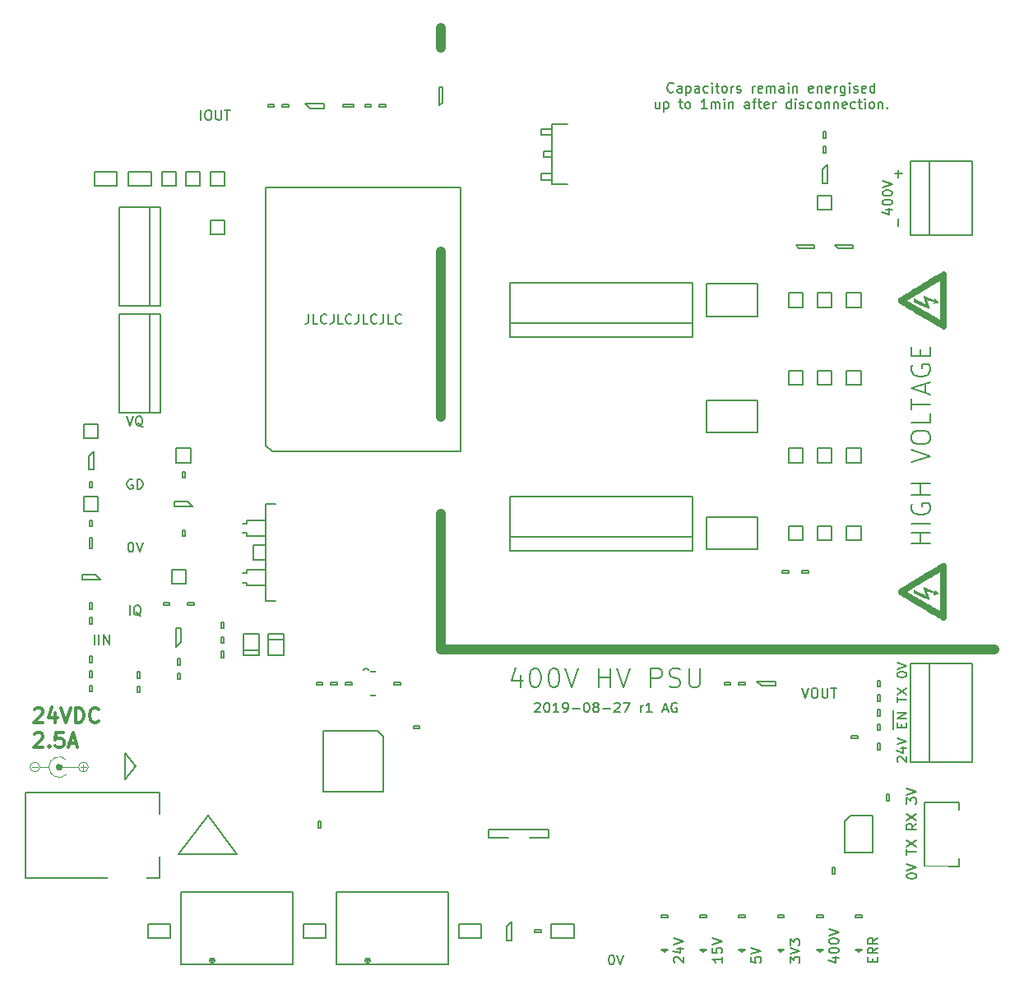
<source format=gto>
G04 #@! TF.GenerationSoftware,KiCad,Pcbnew,5.1.4-e60b266~84~ubuntu18.04.1*
G04 #@! TF.CreationDate,2019-09-05T01:59:36+01:00*
G04 #@! TF.ProjectId,psu,7073752e-6b69-4636-9164-5f7063625858,1*
G04 #@! TF.SameCoordinates,Original*
G04 #@! TF.FileFunction,Legend,Top*
G04 #@! TF.FilePolarity,Positive*
%FSLAX46Y46*%
G04 Gerber Fmt 4.6, Leading zero omitted, Abs format (unit mm)*
G04 Created by KiCad (PCBNEW 5.1.4-e60b266~84~ubuntu18.04.1) date 2019-09-05 01:59:36*
%MOMM*%
%LPD*%
G04 APERTURE LIST*
%ADD10C,0.150000*%
%ADD11C,1.000000*%
%ADD12C,0.200000*%
%ADD13C,0.120000*%
%ADD14C,0.300000*%
%ADD15C,0.010000*%
%ADD16R,0.660000X1.160000*%
%ADD17R,1.360000X0.860000*%
%ADD18R,3.060000X2.160000*%
%ADD19R,1.610000X0.660000*%
%ADD20R,1.010000X1.060000*%
%ADD21R,2.760000X1.210000*%
%ADD22R,1.060000X1.010000*%
%ADD23C,0.100000*%
%ADD24C,3.460000*%
%ADD25C,1.960000*%
%ADD26R,1.960000X1.960000*%
%ADD27R,1.860000X1.210000*%
%ADD28R,1.210000X1.860000*%
%ADD29R,1.060000X0.860000*%
%ADD30C,0.660000*%
%ADD31C,6.300000*%
%ADD32C,1.060000*%
%ADD33R,2.060000X2.810000*%
%ADD34R,1.060000X0.660000*%
%ADD35C,1.660000*%
%ADD36C,9.810000*%
%ADD37R,0.800000X2.850000*%
%ADD38C,2.060000*%
%ADD39R,1.160000X0.660000*%
%ADD40C,1.560000*%
%ADD41R,1.260000X0.560000*%
%ADD42R,0.560000X1.260000*%
%ADD43R,0.660000X1.060000*%
%ADD44R,6.760000X6.760000*%
%ADD45R,2.860000X1.660000*%
%ADD46R,0.860000X1.060000*%
%ADD47R,3.360000X2.560000*%
%ADD48R,2.560000X1.760000*%
%ADD49R,1.510000X1.210000*%
%ADD50R,5.460000X1.610000*%
%ADD51R,2.560000X7.560000*%
%ADD52R,4.160000X2.060000*%
%ADD53R,1.210000X1.510000*%
G04 APERTURE END LIST*
D10*
X129380952Y-79452380D02*
X129380952Y-80166666D01*
X129333333Y-80309523D01*
X129238095Y-80404761D01*
X129095238Y-80452380D01*
X129000000Y-80452380D01*
X130333333Y-80452380D02*
X129857142Y-80452380D01*
X129857142Y-79452380D01*
X131238095Y-80357142D02*
X131190476Y-80404761D01*
X131047619Y-80452380D01*
X130952380Y-80452380D01*
X130809523Y-80404761D01*
X130714285Y-80309523D01*
X130666666Y-80214285D01*
X130619047Y-80023809D01*
X130619047Y-79880952D01*
X130666666Y-79690476D01*
X130714285Y-79595238D01*
X130809523Y-79500000D01*
X130952380Y-79452380D01*
X131047619Y-79452380D01*
X131190476Y-79500000D01*
X131238095Y-79547619D01*
X131952380Y-79452380D02*
X131952380Y-80166666D01*
X131904761Y-80309523D01*
X131809523Y-80404761D01*
X131666666Y-80452380D01*
X131571428Y-80452380D01*
X132904761Y-80452380D02*
X132428571Y-80452380D01*
X132428571Y-79452380D01*
X133809523Y-80357142D02*
X133761904Y-80404761D01*
X133619047Y-80452380D01*
X133523809Y-80452380D01*
X133380952Y-80404761D01*
X133285714Y-80309523D01*
X133238095Y-80214285D01*
X133190476Y-80023809D01*
X133190476Y-79880952D01*
X133238095Y-79690476D01*
X133285714Y-79595238D01*
X133380952Y-79500000D01*
X133523809Y-79452380D01*
X133619047Y-79452380D01*
X133761904Y-79500000D01*
X133809523Y-79547619D01*
X134523809Y-79452380D02*
X134523809Y-80166666D01*
X134476190Y-80309523D01*
X134380952Y-80404761D01*
X134238095Y-80452380D01*
X134142857Y-80452380D01*
X135476190Y-80452380D02*
X135000000Y-80452380D01*
X135000000Y-79452380D01*
X136380952Y-80357142D02*
X136333333Y-80404761D01*
X136190476Y-80452380D01*
X136095238Y-80452380D01*
X135952380Y-80404761D01*
X135857142Y-80309523D01*
X135809523Y-80214285D01*
X135761904Y-80023809D01*
X135761904Y-79880952D01*
X135809523Y-79690476D01*
X135857142Y-79595238D01*
X135952380Y-79500000D01*
X136095238Y-79452380D01*
X136190476Y-79452380D01*
X136333333Y-79500000D01*
X136380952Y-79547619D01*
X137095238Y-79452380D02*
X137095238Y-80166666D01*
X137047619Y-80309523D01*
X136952380Y-80404761D01*
X136809523Y-80452380D01*
X136714285Y-80452380D01*
X138047619Y-80452380D02*
X137571428Y-80452380D01*
X137571428Y-79452380D01*
X138952380Y-80357142D02*
X138904761Y-80404761D01*
X138761904Y-80452380D01*
X138666666Y-80452380D01*
X138523809Y-80404761D01*
X138428571Y-80309523D01*
X138380952Y-80214285D01*
X138333333Y-80023809D01*
X138333333Y-79880952D01*
X138380952Y-79690476D01*
X138428571Y-79595238D01*
X138523809Y-79500000D01*
X138666666Y-79452380D01*
X138761904Y-79452380D01*
X138904761Y-79500000D01*
X138952380Y-79547619D01*
D11*
X143000000Y-114000000D02*
X200000000Y-114000000D01*
X143000000Y-100000000D02*
X143000000Y-114000000D01*
X143000000Y-73000000D02*
X143000000Y-90000000D01*
X143000000Y-50000000D02*
X143000000Y-52000000D01*
D10*
X107335595Y-113452380D02*
X107335595Y-112452380D01*
X107811785Y-113452380D02*
X107811785Y-112452380D01*
X108287976Y-113452380D02*
X108287976Y-112452380D01*
X108859404Y-113452380D01*
X108859404Y-112452380D01*
X152666666Y-119547619D02*
X152714285Y-119500000D01*
X152809523Y-119452380D01*
X153047619Y-119452380D01*
X153142857Y-119500000D01*
X153190476Y-119547619D01*
X153238095Y-119642857D01*
X153238095Y-119738095D01*
X153190476Y-119880952D01*
X152619047Y-120452380D01*
X153238095Y-120452380D01*
X153857142Y-119452380D02*
X153952380Y-119452380D01*
X154047619Y-119500000D01*
X154095238Y-119547619D01*
X154142857Y-119642857D01*
X154190476Y-119833333D01*
X154190476Y-120071428D01*
X154142857Y-120261904D01*
X154095238Y-120357142D01*
X154047619Y-120404761D01*
X153952380Y-120452380D01*
X153857142Y-120452380D01*
X153761904Y-120404761D01*
X153714285Y-120357142D01*
X153666666Y-120261904D01*
X153619047Y-120071428D01*
X153619047Y-119833333D01*
X153666666Y-119642857D01*
X153714285Y-119547619D01*
X153761904Y-119500000D01*
X153857142Y-119452380D01*
X155142857Y-120452380D02*
X154571428Y-120452380D01*
X154857142Y-120452380D02*
X154857142Y-119452380D01*
X154761904Y-119595238D01*
X154666666Y-119690476D01*
X154571428Y-119738095D01*
X155619047Y-120452380D02*
X155809523Y-120452380D01*
X155904761Y-120404761D01*
X155952380Y-120357142D01*
X156047619Y-120214285D01*
X156095238Y-120023809D01*
X156095238Y-119642857D01*
X156047619Y-119547619D01*
X156000000Y-119500000D01*
X155904761Y-119452380D01*
X155714285Y-119452380D01*
X155619047Y-119500000D01*
X155571428Y-119547619D01*
X155523809Y-119642857D01*
X155523809Y-119880952D01*
X155571428Y-119976190D01*
X155619047Y-120023809D01*
X155714285Y-120071428D01*
X155904761Y-120071428D01*
X156000000Y-120023809D01*
X156047619Y-119976190D01*
X156095238Y-119880952D01*
X156523809Y-120071428D02*
X157285714Y-120071428D01*
X157952380Y-119452380D02*
X158047619Y-119452380D01*
X158142857Y-119500000D01*
X158190476Y-119547619D01*
X158238095Y-119642857D01*
X158285714Y-119833333D01*
X158285714Y-120071428D01*
X158238095Y-120261904D01*
X158190476Y-120357142D01*
X158142857Y-120404761D01*
X158047619Y-120452380D01*
X157952380Y-120452380D01*
X157857142Y-120404761D01*
X157809523Y-120357142D01*
X157761904Y-120261904D01*
X157714285Y-120071428D01*
X157714285Y-119833333D01*
X157761904Y-119642857D01*
X157809523Y-119547619D01*
X157857142Y-119500000D01*
X157952380Y-119452380D01*
X158857142Y-119880952D02*
X158761904Y-119833333D01*
X158714285Y-119785714D01*
X158666666Y-119690476D01*
X158666666Y-119642857D01*
X158714285Y-119547619D01*
X158761904Y-119500000D01*
X158857142Y-119452380D01*
X159047619Y-119452380D01*
X159142857Y-119500000D01*
X159190476Y-119547619D01*
X159238095Y-119642857D01*
X159238095Y-119690476D01*
X159190476Y-119785714D01*
X159142857Y-119833333D01*
X159047619Y-119880952D01*
X158857142Y-119880952D01*
X158761904Y-119928571D01*
X158714285Y-119976190D01*
X158666666Y-120071428D01*
X158666666Y-120261904D01*
X158714285Y-120357142D01*
X158761904Y-120404761D01*
X158857142Y-120452380D01*
X159047619Y-120452380D01*
X159142857Y-120404761D01*
X159190476Y-120357142D01*
X159238095Y-120261904D01*
X159238095Y-120071428D01*
X159190476Y-119976190D01*
X159142857Y-119928571D01*
X159047619Y-119880952D01*
X159666666Y-120071428D02*
X160428571Y-120071428D01*
X160857142Y-119547619D02*
X160904761Y-119500000D01*
X161000000Y-119452380D01*
X161238095Y-119452380D01*
X161333333Y-119500000D01*
X161380952Y-119547619D01*
X161428571Y-119642857D01*
X161428571Y-119738095D01*
X161380952Y-119880952D01*
X160809523Y-120452380D01*
X161428571Y-120452380D01*
X161761904Y-119452380D02*
X162428571Y-119452380D01*
X162000000Y-120452380D01*
X163571428Y-120452380D02*
X163571428Y-119785714D01*
X163571428Y-119976190D02*
X163619047Y-119880952D01*
X163666666Y-119833333D01*
X163761904Y-119785714D01*
X163857142Y-119785714D01*
X164714285Y-120452380D02*
X164142857Y-120452380D01*
X164428571Y-120452380D02*
X164428571Y-119452380D01*
X164333333Y-119595238D01*
X164238095Y-119690476D01*
X164142857Y-119738095D01*
X165857142Y-120166666D02*
X166333333Y-120166666D01*
X165761904Y-120452380D02*
X166095238Y-119452380D01*
X166428571Y-120452380D01*
X167285714Y-119500000D02*
X167190476Y-119452380D01*
X167047619Y-119452380D01*
X166904761Y-119500000D01*
X166809523Y-119595238D01*
X166761904Y-119690476D01*
X166714285Y-119880952D01*
X166714285Y-120023809D01*
X166761904Y-120214285D01*
X166809523Y-120309523D01*
X166904761Y-120404761D01*
X167047619Y-120452380D01*
X167142857Y-120452380D01*
X167285714Y-120404761D01*
X167333333Y-120357142D01*
X167333333Y-120023809D01*
X167142857Y-120023809D01*
X166928571Y-56532142D02*
X166880952Y-56579761D01*
X166738095Y-56627380D01*
X166642857Y-56627380D01*
X166500000Y-56579761D01*
X166404761Y-56484523D01*
X166357142Y-56389285D01*
X166309523Y-56198809D01*
X166309523Y-56055952D01*
X166357142Y-55865476D01*
X166404761Y-55770238D01*
X166500000Y-55675000D01*
X166642857Y-55627380D01*
X166738095Y-55627380D01*
X166880952Y-55675000D01*
X166928571Y-55722619D01*
X167785714Y-56627380D02*
X167785714Y-56103571D01*
X167738095Y-56008333D01*
X167642857Y-55960714D01*
X167452380Y-55960714D01*
X167357142Y-56008333D01*
X167785714Y-56579761D02*
X167690476Y-56627380D01*
X167452380Y-56627380D01*
X167357142Y-56579761D01*
X167309523Y-56484523D01*
X167309523Y-56389285D01*
X167357142Y-56294047D01*
X167452380Y-56246428D01*
X167690476Y-56246428D01*
X167785714Y-56198809D01*
X168261904Y-55960714D02*
X168261904Y-56960714D01*
X168261904Y-56008333D02*
X168357142Y-55960714D01*
X168547619Y-55960714D01*
X168642857Y-56008333D01*
X168690476Y-56055952D01*
X168738095Y-56151190D01*
X168738095Y-56436904D01*
X168690476Y-56532142D01*
X168642857Y-56579761D01*
X168547619Y-56627380D01*
X168357142Y-56627380D01*
X168261904Y-56579761D01*
X169595238Y-56627380D02*
X169595238Y-56103571D01*
X169547619Y-56008333D01*
X169452380Y-55960714D01*
X169261904Y-55960714D01*
X169166666Y-56008333D01*
X169595238Y-56579761D02*
X169500000Y-56627380D01*
X169261904Y-56627380D01*
X169166666Y-56579761D01*
X169119047Y-56484523D01*
X169119047Y-56389285D01*
X169166666Y-56294047D01*
X169261904Y-56246428D01*
X169500000Y-56246428D01*
X169595238Y-56198809D01*
X170500000Y-56579761D02*
X170404761Y-56627380D01*
X170214285Y-56627380D01*
X170119047Y-56579761D01*
X170071428Y-56532142D01*
X170023809Y-56436904D01*
X170023809Y-56151190D01*
X170071428Y-56055952D01*
X170119047Y-56008333D01*
X170214285Y-55960714D01*
X170404761Y-55960714D01*
X170500000Y-56008333D01*
X170928571Y-56627380D02*
X170928571Y-55960714D01*
X170928571Y-55627380D02*
X170880952Y-55675000D01*
X170928571Y-55722619D01*
X170976190Y-55675000D01*
X170928571Y-55627380D01*
X170928571Y-55722619D01*
X171261904Y-55960714D02*
X171642857Y-55960714D01*
X171404761Y-55627380D02*
X171404761Y-56484523D01*
X171452380Y-56579761D01*
X171547619Y-56627380D01*
X171642857Y-56627380D01*
X172119047Y-56627380D02*
X172023809Y-56579761D01*
X171976190Y-56532142D01*
X171928571Y-56436904D01*
X171928571Y-56151190D01*
X171976190Y-56055952D01*
X172023809Y-56008333D01*
X172119047Y-55960714D01*
X172261904Y-55960714D01*
X172357142Y-56008333D01*
X172404761Y-56055952D01*
X172452380Y-56151190D01*
X172452380Y-56436904D01*
X172404761Y-56532142D01*
X172357142Y-56579761D01*
X172261904Y-56627380D01*
X172119047Y-56627380D01*
X172880952Y-56627380D02*
X172880952Y-55960714D01*
X172880952Y-56151190D02*
X172928571Y-56055952D01*
X172976190Y-56008333D01*
X173071428Y-55960714D01*
X173166666Y-55960714D01*
X173452380Y-56579761D02*
X173547619Y-56627380D01*
X173738095Y-56627380D01*
X173833333Y-56579761D01*
X173880952Y-56484523D01*
X173880952Y-56436904D01*
X173833333Y-56341666D01*
X173738095Y-56294047D01*
X173595238Y-56294047D01*
X173500000Y-56246428D01*
X173452380Y-56151190D01*
X173452380Y-56103571D01*
X173500000Y-56008333D01*
X173595238Y-55960714D01*
X173738095Y-55960714D01*
X173833333Y-56008333D01*
X175071428Y-56627380D02*
X175071428Y-55960714D01*
X175071428Y-56151190D02*
X175119047Y-56055952D01*
X175166666Y-56008333D01*
X175261904Y-55960714D01*
X175357142Y-55960714D01*
X176071428Y-56579761D02*
X175976190Y-56627380D01*
X175785714Y-56627380D01*
X175690476Y-56579761D01*
X175642857Y-56484523D01*
X175642857Y-56103571D01*
X175690476Y-56008333D01*
X175785714Y-55960714D01*
X175976190Y-55960714D01*
X176071428Y-56008333D01*
X176119047Y-56103571D01*
X176119047Y-56198809D01*
X175642857Y-56294047D01*
X176547619Y-56627380D02*
X176547619Y-55960714D01*
X176547619Y-56055952D02*
X176595238Y-56008333D01*
X176690476Y-55960714D01*
X176833333Y-55960714D01*
X176928571Y-56008333D01*
X176976190Y-56103571D01*
X176976190Y-56627380D01*
X176976190Y-56103571D02*
X177023809Y-56008333D01*
X177119047Y-55960714D01*
X177261904Y-55960714D01*
X177357142Y-56008333D01*
X177404761Y-56103571D01*
X177404761Y-56627380D01*
X178309523Y-56627380D02*
X178309523Y-56103571D01*
X178261904Y-56008333D01*
X178166666Y-55960714D01*
X177976190Y-55960714D01*
X177880952Y-56008333D01*
X178309523Y-56579761D02*
X178214285Y-56627380D01*
X177976190Y-56627380D01*
X177880952Y-56579761D01*
X177833333Y-56484523D01*
X177833333Y-56389285D01*
X177880952Y-56294047D01*
X177976190Y-56246428D01*
X178214285Y-56246428D01*
X178309523Y-56198809D01*
X178785714Y-56627380D02*
X178785714Y-55960714D01*
X178785714Y-55627380D02*
X178738095Y-55675000D01*
X178785714Y-55722619D01*
X178833333Y-55675000D01*
X178785714Y-55627380D01*
X178785714Y-55722619D01*
X179261904Y-55960714D02*
X179261904Y-56627380D01*
X179261904Y-56055952D02*
X179309523Y-56008333D01*
X179404761Y-55960714D01*
X179547619Y-55960714D01*
X179642857Y-56008333D01*
X179690476Y-56103571D01*
X179690476Y-56627380D01*
X181309523Y-56579761D02*
X181214285Y-56627380D01*
X181023809Y-56627380D01*
X180928571Y-56579761D01*
X180880952Y-56484523D01*
X180880952Y-56103571D01*
X180928571Y-56008333D01*
X181023809Y-55960714D01*
X181214285Y-55960714D01*
X181309523Y-56008333D01*
X181357142Y-56103571D01*
X181357142Y-56198809D01*
X180880952Y-56294047D01*
X181785714Y-55960714D02*
X181785714Y-56627380D01*
X181785714Y-56055952D02*
X181833333Y-56008333D01*
X181928571Y-55960714D01*
X182071428Y-55960714D01*
X182166666Y-56008333D01*
X182214285Y-56103571D01*
X182214285Y-56627380D01*
X183071428Y-56579761D02*
X182976190Y-56627380D01*
X182785714Y-56627380D01*
X182690476Y-56579761D01*
X182642857Y-56484523D01*
X182642857Y-56103571D01*
X182690476Y-56008333D01*
X182785714Y-55960714D01*
X182976190Y-55960714D01*
X183071428Y-56008333D01*
X183119047Y-56103571D01*
X183119047Y-56198809D01*
X182642857Y-56294047D01*
X183547619Y-56627380D02*
X183547619Y-55960714D01*
X183547619Y-56151190D02*
X183595238Y-56055952D01*
X183642857Y-56008333D01*
X183738095Y-55960714D01*
X183833333Y-55960714D01*
X184595238Y-55960714D02*
X184595238Y-56770238D01*
X184547619Y-56865476D01*
X184500000Y-56913095D01*
X184404761Y-56960714D01*
X184261904Y-56960714D01*
X184166666Y-56913095D01*
X184595238Y-56579761D02*
X184500000Y-56627380D01*
X184309523Y-56627380D01*
X184214285Y-56579761D01*
X184166666Y-56532142D01*
X184119047Y-56436904D01*
X184119047Y-56151190D01*
X184166666Y-56055952D01*
X184214285Y-56008333D01*
X184309523Y-55960714D01*
X184500000Y-55960714D01*
X184595238Y-56008333D01*
X185071428Y-56627380D02*
X185071428Y-55960714D01*
X185071428Y-55627380D02*
X185023809Y-55675000D01*
X185071428Y-55722619D01*
X185119047Y-55675000D01*
X185071428Y-55627380D01*
X185071428Y-55722619D01*
X185500000Y-56579761D02*
X185595238Y-56627380D01*
X185785714Y-56627380D01*
X185880952Y-56579761D01*
X185928571Y-56484523D01*
X185928571Y-56436904D01*
X185880952Y-56341666D01*
X185785714Y-56294047D01*
X185642857Y-56294047D01*
X185547619Y-56246428D01*
X185500000Y-56151190D01*
X185500000Y-56103571D01*
X185547619Y-56008333D01*
X185642857Y-55960714D01*
X185785714Y-55960714D01*
X185880952Y-56008333D01*
X186738095Y-56579761D02*
X186642857Y-56627380D01*
X186452380Y-56627380D01*
X186357142Y-56579761D01*
X186309523Y-56484523D01*
X186309523Y-56103571D01*
X186357142Y-56008333D01*
X186452380Y-55960714D01*
X186642857Y-55960714D01*
X186738095Y-56008333D01*
X186785714Y-56103571D01*
X186785714Y-56198809D01*
X186309523Y-56294047D01*
X187642857Y-56627380D02*
X187642857Y-55627380D01*
X187642857Y-56579761D02*
X187547619Y-56627380D01*
X187357142Y-56627380D01*
X187261904Y-56579761D01*
X187214285Y-56532142D01*
X187166666Y-56436904D01*
X187166666Y-56151190D01*
X187214285Y-56055952D01*
X187261904Y-56008333D01*
X187357142Y-55960714D01*
X187547619Y-55960714D01*
X187642857Y-56008333D01*
X165500000Y-57610714D02*
X165500000Y-58277380D01*
X165071428Y-57610714D02*
X165071428Y-58134523D01*
X165119047Y-58229761D01*
X165214285Y-58277380D01*
X165357142Y-58277380D01*
X165452380Y-58229761D01*
X165500000Y-58182142D01*
X165976190Y-57610714D02*
X165976190Y-58610714D01*
X165976190Y-57658333D02*
X166071428Y-57610714D01*
X166261904Y-57610714D01*
X166357142Y-57658333D01*
X166404761Y-57705952D01*
X166452380Y-57801190D01*
X166452380Y-58086904D01*
X166404761Y-58182142D01*
X166357142Y-58229761D01*
X166261904Y-58277380D01*
X166071428Y-58277380D01*
X165976190Y-58229761D01*
X167500000Y-57610714D02*
X167880952Y-57610714D01*
X167642857Y-57277380D02*
X167642857Y-58134523D01*
X167690476Y-58229761D01*
X167785714Y-58277380D01*
X167880952Y-58277380D01*
X168357142Y-58277380D02*
X168261904Y-58229761D01*
X168214285Y-58182142D01*
X168166666Y-58086904D01*
X168166666Y-57801190D01*
X168214285Y-57705952D01*
X168261904Y-57658333D01*
X168357142Y-57610714D01*
X168500000Y-57610714D01*
X168595238Y-57658333D01*
X168642857Y-57705952D01*
X168690476Y-57801190D01*
X168690476Y-58086904D01*
X168642857Y-58182142D01*
X168595238Y-58229761D01*
X168500000Y-58277380D01*
X168357142Y-58277380D01*
X170404761Y-58277380D02*
X169833333Y-58277380D01*
X170119047Y-58277380D02*
X170119047Y-57277380D01*
X170023809Y-57420238D01*
X169928571Y-57515476D01*
X169833333Y-57563095D01*
X170833333Y-58277380D02*
X170833333Y-57610714D01*
X170833333Y-57705952D02*
X170880952Y-57658333D01*
X170976190Y-57610714D01*
X171119047Y-57610714D01*
X171214285Y-57658333D01*
X171261904Y-57753571D01*
X171261904Y-58277380D01*
X171261904Y-57753571D02*
X171309523Y-57658333D01*
X171404761Y-57610714D01*
X171547619Y-57610714D01*
X171642857Y-57658333D01*
X171690476Y-57753571D01*
X171690476Y-58277380D01*
X172166666Y-58277380D02*
X172166666Y-57610714D01*
X172166666Y-57277380D02*
X172119047Y-57325000D01*
X172166666Y-57372619D01*
X172214285Y-57325000D01*
X172166666Y-57277380D01*
X172166666Y-57372619D01*
X172642857Y-57610714D02*
X172642857Y-58277380D01*
X172642857Y-57705952D02*
X172690476Y-57658333D01*
X172785714Y-57610714D01*
X172928571Y-57610714D01*
X173023809Y-57658333D01*
X173071428Y-57753571D01*
X173071428Y-58277380D01*
X174738095Y-58277380D02*
X174738095Y-57753571D01*
X174690476Y-57658333D01*
X174595238Y-57610714D01*
X174404761Y-57610714D01*
X174309523Y-57658333D01*
X174738095Y-58229761D02*
X174642857Y-58277380D01*
X174404761Y-58277380D01*
X174309523Y-58229761D01*
X174261904Y-58134523D01*
X174261904Y-58039285D01*
X174309523Y-57944047D01*
X174404761Y-57896428D01*
X174642857Y-57896428D01*
X174738095Y-57848809D01*
X175071428Y-57610714D02*
X175452380Y-57610714D01*
X175214285Y-58277380D02*
X175214285Y-57420238D01*
X175261904Y-57325000D01*
X175357142Y-57277380D01*
X175452380Y-57277380D01*
X175642857Y-57610714D02*
X176023809Y-57610714D01*
X175785714Y-57277380D02*
X175785714Y-58134523D01*
X175833333Y-58229761D01*
X175928571Y-58277380D01*
X176023809Y-58277380D01*
X176738095Y-58229761D02*
X176642857Y-58277380D01*
X176452380Y-58277380D01*
X176357142Y-58229761D01*
X176309523Y-58134523D01*
X176309523Y-57753571D01*
X176357142Y-57658333D01*
X176452380Y-57610714D01*
X176642857Y-57610714D01*
X176738095Y-57658333D01*
X176785714Y-57753571D01*
X176785714Y-57848809D01*
X176309523Y-57944047D01*
X177214285Y-58277380D02*
X177214285Y-57610714D01*
X177214285Y-57801190D02*
X177261904Y-57705952D01*
X177309523Y-57658333D01*
X177404761Y-57610714D01*
X177500000Y-57610714D01*
X179023809Y-58277380D02*
X179023809Y-57277380D01*
X179023809Y-58229761D02*
X178928571Y-58277380D01*
X178738095Y-58277380D01*
X178642857Y-58229761D01*
X178595238Y-58182142D01*
X178547619Y-58086904D01*
X178547619Y-57801190D01*
X178595238Y-57705952D01*
X178642857Y-57658333D01*
X178738095Y-57610714D01*
X178928571Y-57610714D01*
X179023809Y-57658333D01*
X179500000Y-58277380D02*
X179500000Y-57610714D01*
X179500000Y-57277380D02*
X179452380Y-57325000D01*
X179500000Y-57372619D01*
X179547619Y-57325000D01*
X179500000Y-57277380D01*
X179500000Y-57372619D01*
X179928571Y-58229761D02*
X180023809Y-58277380D01*
X180214285Y-58277380D01*
X180309523Y-58229761D01*
X180357142Y-58134523D01*
X180357142Y-58086904D01*
X180309523Y-57991666D01*
X180214285Y-57944047D01*
X180071428Y-57944047D01*
X179976190Y-57896428D01*
X179928571Y-57801190D01*
X179928571Y-57753571D01*
X179976190Y-57658333D01*
X180071428Y-57610714D01*
X180214285Y-57610714D01*
X180309523Y-57658333D01*
X181214285Y-58229761D02*
X181119047Y-58277380D01*
X180928571Y-58277380D01*
X180833333Y-58229761D01*
X180785714Y-58182142D01*
X180738095Y-58086904D01*
X180738095Y-57801190D01*
X180785714Y-57705952D01*
X180833333Y-57658333D01*
X180928571Y-57610714D01*
X181119047Y-57610714D01*
X181214285Y-57658333D01*
X181785714Y-58277380D02*
X181690476Y-58229761D01*
X181642857Y-58182142D01*
X181595238Y-58086904D01*
X181595238Y-57801190D01*
X181642857Y-57705952D01*
X181690476Y-57658333D01*
X181785714Y-57610714D01*
X181928571Y-57610714D01*
X182023809Y-57658333D01*
X182071428Y-57705952D01*
X182119047Y-57801190D01*
X182119047Y-58086904D01*
X182071428Y-58182142D01*
X182023809Y-58229761D01*
X181928571Y-58277380D01*
X181785714Y-58277380D01*
X182547619Y-57610714D02*
X182547619Y-58277380D01*
X182547619Y-57705952D02*
X182595238Y-57658333D01*
X182690476Y-57610714D01*
X182833333Y-57610714D01*
X182928571Y-57658333D01*
X182976190Y-57753571D01*
X182976190Y-58277380D01*
X183452380Y-57610714D02*
X183452380Y-58277380D01*
X183452380Y-57705952D02*
X183500000Y-57658333D01*
X183595238Y-57610714D01*
X183738095Y-57610714D01*
X183833333Y-57658333D01*
X183880952Y-57753571D01*
X183880952Y-58277380D01*
X184738095Y-58229761D02*
X184642857Y-58277380D01*
X184452380Y-58277380D01*
X184357142Y-58229761D01*
X184309523Y-58134523D01*
X184309523Y-57753571D01*
X184357142Y-57658333D01*
X184452380Y-57610714D01*
X184642857Y-57610714D01*
X184738095Y-57658333D01*
X184785714Y-57753571D01*
X184785714Y-57848809D01*
X184309523Y-57944047D01*
X185642857Y-58229761D02*
X185547619Y-58277380D01*
X185357142Y-58277380D01*
X185261904Y-58229761D01*
X185214285Y-58182142D01*
X185166666Y-58086904D01*
X185166666Y-57801190D01*
X185214285Y-57705952D01*
X185261904Y-57658333D01*
X185357142Y-57610714D01*
X185547619Y-57610714D01*
X185642857Y-57658333D01*
X185928571Y-57610714D02*
X186309523Y-57610714D01*
X186071428Y-57277380D02*
X186071428Y-58134523D01*
X186119047Y-58229761D01*
X186214285Y-58277380D01*
X186309523Y-58277380D01*
X186642857Y-58277380D02*
X186642857Y-57610714D01*
X186642857Y-57277380D02*
X186595238Y-57325000D01*
X186642857Y-57372619D01*
X186690476Y-57325000D01*
X186642857Y-57277380D01*
X186642857Y-57372619D01*
X187261904Y-58277380D02*
X187166666Y-58229761D01*
X187119047Y-58182142D01*
X187071428Y-58086904D01*
X187071428Y-57801190D01*
X187119047Y-57705952D01*
X187166666Y-57658333D01*
X187261904Y-57610714D01*
X187404761Y-57610714D01*
X187500000Y-57658333D01*
X187547619Y-57705952D01*
X187595238Y-57801190D01*
X187595238Y-58086904D01*
X187547619Y-58182142D01*
X187500000Y-58229761D01*
X187404761Y-58277380D01*
X187261904Y-58277380D01*
X188023809Y-57610714D02*
X188023809Y-58277380D01*
X188023809Y-57705952D02*
X188071428Y-57658333D01*
X188166666Y-57610714D01*
X188309523Y-57610714D01*
X188404761Y-57658333D01*
X188452380Y-57753571D01*
X188452380Y-58277380D01*
X188928571Y-58182142D02*
X188976190Y-58229761D01*
X188928571Y-58277380D01*
X188880952Y-58229761D01*
X188928571Y-58182142D01*
X188928571Y-58277380D01*
X160523809Y-145452380D02*
X160619047Y-145452380D01*
X160714285Y-145500000D01*
X160761904Y-145547619D01*
X160809523Y-145642857D01*
X160857142Y-145833333D01*
X160857142Y-146071428D01*
X160809523Y-146261904D01*
X160761904Y-146357142D01*
X160714285Y-146404761D01*
X160619047Y-146452380D01*
X160523809Y-146452380D01*
X160428571Y-146404761D01*
X160380952Y-146357142D01*
X160333333Y-146261904D01*
X160285714Y-146071428D01*
X160285714Y-145833333D01*
X160333333Y-145642857D01*
X160380952Y-145547619D01*
X160428571Y-145500000D01*
X160523809Y-145452380D01*
X161142857Y-145452380D02*
X161476190Y-146452380D01*
X161809523Y-145452380D01*
D12*
X151190476Y-116571428D02*
X151190476Y-117904761D01*
X150714285Y-115809523D02*
X150238095Y-117238095D01*
X151476190Y-117238095D01*
X152619047Y-115904761D02*
X152809523Y-115904761D01*
X153000000Y-116000000D01*
X153095238Y-116095238D01*
X153190476Y-116285714D01*
X153285714Y-116666666D01*
X153285714Y-117142857D01*
X153190476Y-117523809D01*
X153095238Y-117714285D01*
X153000000Y-117809523D01*
X152809523Y-117904761D01*
X152619047Y-117904761D01*
X152428571Y-117809523D01*
X152333333Y-117714285D01*
X152238095Y-117523809D01*
X152142857Y-117142857D01*
X152142857Y-116666666D01*
X152238095Y-116285714D01*
X152333333Y-116095238D01*
X152428571Y-116000000D01*
X152619047Y-115904761D01*
X154523809Y-115904761D02*
X154714285Y-115904761D01*
X154904761Y-116000000D01*
X155000000Y-116095238D01*
X155095238Y-116285714D01*
X155190476Y-116666666D01*
X155190476Y-117142857D01*
X155095238Y-117523809D01*
X155000000Y-117714285D01*
X154904761Y-117809523D01*
X154714285Y-117904761D01*
X154523809Y-117904761D01*
X154333333Y-117809523D01*
X154238095Y-117714285D01*
X154142857Y-117523809D01*
X154047619Y-117142857D01*
X154047619Y-116666666D01*
X154142857Y-116285714D01*
X154238095Y-116095238D01*
X154333333Y-116000000D01*
X154523809Y-115904761D01*
X155761904Y-115904761D02*
X156428571Y-117904761D01*
X157095238Y-115904761D01*
X159285714Y-117904761D02*
X159285714Y-115904761D01*
X159285714Y-116857142D02*
X160428571Y-116857142D01*
X160428571Y-117904761D02*
X160428571Y-115904761D01*
X161095238Y-115904761D02*
X161761904Y-117904761D01*
X162428571Y-115904761D01*
X164619047Y-117904761D02*
X164619047Y-115904761D01*
X165380952Y-115904761D01*
X165571428Y-116000000D01*
X165666666Y-116095238D01*
X165761904Y-116285714D01*
X165761904Y-116571428D01*
X165666666Y-116761904D01*
X165571428Y-116857142D01*
X165380952Y-116952380D01*
X164619047Y-116952380D01*
X166523809Y-117809523D02*
X166809523Y-117904761D01*
X167285714Y-117904761D01*
X167476190Y-117809523D01*
X167571428Y-117714285D01*
X167666666Y-117523809D01*
X167666666Y-117333333D01*
X167571428Y-117142857D01*
X167476190Y-117047619D01*
X167285714Y-116952380D01*
X166904761Y-116857142D01*
X166714285Y-116761904D01*
X166619047Y-116666666D01*
X166523809Y-116476190D01*
X166523809Y-116285714D01*
X166619047Y-116095238D01*
X166714285Y-116000000D01*
X166904761Y-115904761D01*
X167380952Y-115904761D01*
X167666666Y-116000000D01*
X168523809Y-115904761D02*
X168523809Y-117523809D01*
X168619047Y-117714285D01*
X168714285Y-117809523D01*
X168904761Y-117904761D01*
X169285714Y-117904761D01*
X169476190Y-117809523D01*
X169571428Y-117714285D01*
X169666666Y-117523809D01*
X169666666Y-115904761D01*
D10*
X190952380Y-137357142D02*
X190952380Y-137261904D01*
X191000000Y-137166666D01*
X191047619Y-137119047D01*
X191142857Y-137071428D01*
X191333333Y-137023809D01*
X191571428Y-137023809D01*
X191761904Y-137071428D01*
X191857142Y-137119047D01*
X191904761Y-137166666D01*
X191952380Y-137261904D01*
X191952380Y-137357142D01*
X191904761Y-137452380D01*
X191857142Y-137500000D01*
X191761904Y-137547619D01*
X191571428Y-137595238D01*
X191333333Y-137595238D01*
X191142857Y-137547619D01*
X191047619Y-137500000D01*
X191000000Y-137452380D01*
X190952380Y-137357142D01*
X190952380Y-136738095D02*
X191952380Y-136404761D01*
X190952380Y-136071428D01*
X190952380Y-135119047D02*
X190952380Y-134547619D01*
X191952380Y-134833333D02*
X190952380Y-134833333D01*
X190952380Y-134309523D02*
X191952380Y-133642857D01*
X190952380Y-133642857D02*
X191952380Y-134309523D01*
X191952380Y-131928571D02*
X191476190Y-132261904D01*
X191952380Y-132500000D02*
X190952380Y-132500000D01*
X190952380Y-132119047D01*
X191000000Y-132023809D01*
X191047619Y-131976190D01*
X191142857Y-131928571D01*
X191285714Y-131928571D01*
X191380952Y-131976190D01*
X191428571Y-132023809D01*
X191476190Y-132119047D01*
X191476190Y-132500000D01*
X190952380Y-131595238D02*
X191952380Y-130928571D01*
X190952380Y-130928571D02*
X191952380Y-131595238D01*
X190952380Y-129880952D02*
X190952380Y-129261904D01*
X191333333Y-129595238D01*
X191333333Y-129452380D01*
X191380952Y-129357142D01*
X191428571Y-129309523D01*
X191523809Y-129261904D01*
X191761904Y-129261904D01*
X191857142Y-129309523D01*
X191904761Y-129357142D01*
X191952380Y-129452380D01*
X191952380Y-129738095D01*
X191904761Y-129833333D01*
X191857142Y-129880952D01*
X190952380Y-128976190D02*
X191952380Y-128642857D01*
X190952380Y-128309523D01*
X190047619Y-125571428D02*
X190000000Y-125523809D01*
X189952380Y-125428571D01*
X189952380Y-125190476D01*
X190000000Y-125095238D01*
X190047619Y-125047619D01*
X190142857Y-125000000D01*
X190238095Y-125000000D01*
X190380952Y-125047619D01*
X190952380Y-125619047D01*
X190952380Y-125000000D01*
X190285714Y-124142857D02*
X190952380Y-124142857D01*
X189904761Y-124380952D02*
X190619047Y-124619047D01*
X190619047Y-124000000D01*
X189952380Y-123761904D02*
X190952380Y-123428571D01*
X189952380Y-123095238D01*
X189585000Y-122238095D02*
X189585000Y-121333333D01*
X190428571Y-122000000D02*
X190428571Y-121666666D01*
X190952380Y-121523809D02*
X190952380Y-122000000D01*
X189952380Y-122000000D01*
X189952380Y-121523809D01*
X189585000Y-121333333D02*
X189585000Y-120285714D01*
X190952380Y-121095238D02*
X189952380Y-121095238D01*
X190952380Y-120523809D01*
X189952380Y-120523809D01*
X189952380Y-119428571D02*
X189952380Y-118857142D01*
X190952380Y-119142857D02*
X189952380Y-119142857D01*
X189952380Y-118619047D02*
X190952380Y-117952380D01*
X189952380Y-117952380D02*
X190952380Y-118619047D01*
X189952380Y-116619047D02*
X189952380Y-116523809D01*
X190000000Y-116428571D01*
X190047619Y-116380952D01*
X190142857Y-116333333D01*
X190333333Y-116285714D01*
X190571428Y-116285714D01*
X190761904Y-116333333D01*
X190857142Y-116380952D01*
X190904761Y-116428571D01*
X190952380Y-116523809D01*
X190952380Y-116619047D01*
X190904761Y-116714285D01*
X190857142Y-116761904D01*
X190761904Y-116809523D01*
X190571428Y-116857142D01*
X190333333Y-116857142D01*
X190142857Y-116809523D01*
X190047619Y-116761904D01*
X190000000Y-116714285D01*
X189952380Y-116619047D01*
X189952380Y-116000000D02*
X190952380Y-115666666D01*
X189952380Y-115333333D01*
X193404761Y-103095238D02*
X191404761Y-103095238D01*
X192357142Y-103095238D02*
X192357142Y-101952380D01*
X193404761Y-101952380D02*
X191404761Y-101952380D01*
X193404761Y-101000000D02*
X191404761Y-101000000D01*
X191500000Y-99000000D02*
X191404761Y-99190476D01*
X191404761Y-99476190D01*
X191500000Y-99761904D01*
X191690476Y-99952380D01*
X191880952Y-100047619D01*
X192261904Y-100142857D01*
X192547619Y-100142857D01*
X192928571Y-100047619D01*
X193119047Y-99952380D01*
X193309523Y-99761904D01*
X193404761Y-99476190D01*
X193404761Y-99285714D01*
X193309523Y-99000000D01*
X193214285Y-98904761D01*
X192547619Y-98904761D01*
X192547619Y-99285714D01*
X193404761Y-98047619D02*
X191404761Y-98047619D01*
X192357142Y-98047619D02*
X192357142Y-96904761D01*
X193404761Y-96904761D02*
X191404761Y-96904761D01*
X191404761Y-94714285D02*
X193404761Y-94047619D01*
X191404761Y-93380952D01*
X191404761Y-92333333D02*
X191404761Y-91952380D01*
X191500000Y-91761904D01*
X191690476Y-91571428D01*
X192071428Y-91476190D01*
X192738095Y-91476190D01*
X193119047Y-91571428D01*
X193309523Y-91761904D01*
X193404761Y-91952380D01*
X193404761Y-92333333D01*
X193309523Y-92523809D01*
X193119047Y-92714285D01*
X192738095Y-92809523D01*
X192071428Y-92809523D01*
X191690476Y-92714285D01*
X191500000Y-92523809D01*
X191404761Y-92333333D01*
X193404761Y-89666666D02*
X193404761Y-90619047D01*
X191404761Y-90619047D01*
X191404761Y-89285714D02*
X191404761Y-88142857D01*
X193404761Y-88714285D02*
X191404761Y-88714285D01*
X192833333Y-87571428D02*
X192833333Y-86619047D01*
X193404761Y-87761904D02*
X191404761Y-87095238D01*
X193404761Y-86428571D01*
X191500000Y-84714285D02*
X191404761Y-84904761D01*
X191404761Y-85190476D01*
X191500000Y-85476190D01*
X191690476Y-85666666D01*
X191880952Y-85761904D01*
X192261904Y-85857142D01*
X192547619Y-85857142D01*
X192928571Y-85761904D01*
X193119047Y-85666666D01*
X193309523Y-85476190D01*
X193404761Y-85190476D01*
X193404761Y-85000000D01*
X193309523Y-84714285D01*
X193214285Y-84619047D01*
X192547619Y-84619047D01*
X192547619Y-85000000D01*
X192357142Y-83761904D02*
X192357142Y-83095238D01*
X193404761Y-82809523D02*
X193404761Y-83761904D01*
X191404761Y-83761904D01*
X191404761Y-82809523D01*
D13*
X101500000Y-126100000D02*
X100900000Y-126100000D01*
X106200000Y-125800000D02*
X106200000Y-126400000D01*
X106500000Y-126100000D02*
X105900000Y-126100000D01*
X101700000Y-126100000D02*
G75*
G03X101700000Y-126100000I-500000J0D01*
G01*
X106700000Y-126100000D02*
G75*
G03X106700000Y-126100000I-500000J0D01*
G01*
X102600000Y-126100000D02*
X101700000Y-126100000D01*
X103600000Y-126100000D02*
X105700000Y-126100000D01*
D14*
X103900000Y-126100000D02*
G75*
G03X103900000Y-126100000I-200000J0D01*
G01*
D13*
X104450000Y-126850000D02*
G75*
G02X104450000Y-125350000I-750000J750000D01*
G01*
D14*
X101180714Y-120146428D02*
X101252142Y-120075000D01*
X101395000Y-120003571D01*
X101752142Y-120003571D01*
X101895000Y-120075000D01*
X101966428Y-120146428D01*
X102037857Y-120289285D01*
X102037857Y-120432142D01*
X101966428Y-120646428D01*
X101109285Y-121503571D01*
X102037857Y-121503571D01*
X103323571Y-120503571D02*
X103323571Y-121503571D01*
X102966428Y-119932142D02*
X102609285Y-121003571D01*
X103537857Y-121003571D01*
X103895000Y-120003571D02*
X104395000Y-121503571D01*
X104895000Y-120003571D01*
X105395000Y-121503571D02*
X105395000Y-120003571D01*
X105752142Y-120003571D01*
X105966428Y-120075000D01*
X106109285Y-120217857D01*
X106180714Y-120360714D01*
X106252142Y-120646428D01*
X106252142Y-120860714D01*
X106180714Y-121146428D01*
X106109285Y-121289285D01*
X105966428Y-121432142D01*
X105752142Y-121503571D01*
X105395000Y-121503571D01*
X107752142Y-121360714D02*
X107680714Y-121432142D01*
X107466428Y-121503571D01*
X107323571Y-121503571D01*
X107109285Y-121432142D01*
X106966428Y-121289285D01*
X106895000Y-121146428D01*
X106823571Y-120860714D01*
X106823571Y-120646428D01*
X106895000Y-120360714D01*
X106966428Y-120217857D01*
X107109285Y-120075000D01*
X107323571Y-120003571D01*
X107466428Y-120003571D01*
X107680714Y-120075000D01*
X107752142Y-120146428D01*
X101180714Y-122696428D02*
X101252142Y-122625000D01*
X101395000Y-122553571D01*
X101752142Y-122553571D01*
X101895000Y-122625000D01*
X101966428Y-122696428D01*
X102037857Y-122839285D01*
X102037857Y-122982142D01*
X101966428Y-123196428D01*
X101109285Y-124053571D01*
X102037857Y-124053571D01*
X102680714Y-123910714D02*
X102752142Y-123982142D01*
X102680714Y-124053571D01*
X102609285Y-123982142D01*
X102680714Y-123910714D01*
X102680714Y-124053571D01*
X104109285Y-122553571D02*
X103395000Y-122553571D01*
X103323571Y-123267857D01*
X103395000Y-123196428D01*
X103537857Y-123125000D01*
X103895000Y-123125000D01*
X104037857Y-123196428D01*
X104109285Y-123267857D01*
X104180714Y-123410714D01*
X104180714Y-123767857D01*
X104109285Y-123910714D01*
X104037857Y-123982142D01*
X103895000Y-124053571D01*
X103537857Y-124053571D01*
X103395000Y-123982142D01*
X103323571Y-123910714D01*
X104752142Y-123625000D02*
X105466428Y-123625000D01*
X104609285Y-124053571D02*
X105109285Y-122553571D01*
X105609285Y-124053571D01*
D10*
X188785714Y-68690476D02*
X189452380Y-68690476D01*
X188404761Y-68928571D02*
X189119047Y-69166666D01*
X189119047Y-68547619D01*
X188452380Y-67976190D02*
X188452380Y-67880952D01*
X188500000Y-67785714D01*
X188547619Y-67738095D01*
X188642857Y-67690476D01*
X188833333Y-67642857D01*
X189071428Y-67642857D01*
X189261904Y-67690476D01*
X189357142Y-67738095D01*
X189404761Y-67785714D01*
X189452380Y-67880952D01*
X189452380Y-67976190D01*
X189404761Y-68071428D01*
X189357142Y-68119047D01*
X189261904Y-68166666D01*
X189071428Y-68214285D01*
X188833333Y-68214285D01*
X188642857Y-68166666D01*
X188547619Y-68119047D01*
X188500000Y-68071428D01*
X188452380Y-67976190D01*
X188452380Y-67023809D02*
X188452380Y-66928571D01*
X188500000Y-66833333D01*
X188547619Y-66785714D01*
X188642857Y-66738095D01*
X188833333Y-66690476D01*
X189071428Y-66690476D01*
X189261904Y-66738095D01*
X189357142Y-66785714D01*
X189404761Y-66833333D01*
X189452380Y-66928571D01*
X189452380Y-67023809D01*
X189404761Y-67119047D01*
X189357142Y-67166666D01*
X189261904Y-67214285D01*
X189071428Y-67261904D01*
X188833333Y-67261904D01*
X188642857Y-67214285D01*
X188547619Y-67166666D01*
X188500000Y-67119047D01*
X188452380Y-67023809D01*
X188452380Y-66404761D02*
X189452380Y-66071428D01*
X188452380Y-65738095D01*
X190071428Y-65380952D02*
X190071428Y-64619047D01*
X190452380Y-65000000D02*
X189690476Y-65000000D01*
X190071428Y-70380952D02*
X190071428Y-69619047D01*
X180192738Y-117952380D02*
X180526071Y-118952380D01*
X180859404Y-117952380D01*
X181383214Y-117952380D02*
X181573690Y-117952380D01*
X181668928Y-118000000D01*
X181764166Y-118095238D01*
X181811785Y-118285714D01*
X181811785Y-118619047D01*
X181764166Y-118809523D01*
X181668928Y-118904761D01*
X181573690Y-118952380D01*
X181383214Y-118952380D01*
X181287976Y-118904761D01*
X181192738Y-118809523D01*
X181145119Y-118619047D01*
X181145119Y-118285714D01*
X181192738Y-118095238D01*
X181287976Y-118000000D01*
X181383214Y-117952380D01*
X182240357Y-117952380D02*
X182240357Y-118761904D01*
X182287976Y-118857142D01*
X182335595Y-118904761D01*
X182430833Y-118952380D01*
X182621309Y-118952380D01*
X182716547Y-118904761D01*
X182764166Y-118857142D01*
X182811785Y-118761904D01*
X182811785Y-117952380D01*
X183145119Y-117952380D02*
X183716547Y-117952380D01*
X183430833Y-118952380D02*
X183430833Y-117952380D01*
X118307261Y-59452380D02*
X118307261Y-58452380D01*
X118973928Y-58452380D02*
X119164404Y-58452380D01*
X119259642Y-58500000D01*
X119354880Y-58595238D01*
X119402500Y-58785714D01*
X119402500Y-59119047D01*
X119354880Y-59309523D01*
X119259642Y-59404761D01*
X119164404Y-59452380D01*
X118973928Y-59452380D01*
X118878690Y-59404761D01*
X118783452Y-59309523D01*
X118735833Y-59119047D01*
X118735833Y-58785714D01*
X118783452Y-58595238D01*
X118878690Y-58500000D01*
X118973928Y-58452380D01*
X119831071Y-58452380D02*
X119831071Y-59261904D01*
X119878690Y-59357142D01*
X119926309Y-59404761D01*
X120021547Y-59452380D01*
X120212023Y-59452380D01*
X120307261Y-59404761D01*
X120354880Y-59357142D01*
X120402500Y-59261904D01*
X120402500Y-58452380D01*
X120735833Y-58452380D02*
X121307261Y-58452380D01*
X121021547Y-59452380D02*
X121021547Y-58452380D01*
X110642857Y-89952380D02*
X110976190Y-90952380D01*
X111309523Y-89952380D01*
X112309523Y-91047619D02*
X112214285Y-91000000D01*
X112119047Y-90904761D01*
X111976190Y-90761904D01*
X111880952Y-90714285D01*
X111785714Y-90714285D01*
X111833333Y-90952380D02*
X111738095Y-90904761D01*
X111642857Y-90809523D01*
X111595238Y-90619047D01*
X111595238Y-90285714D01*
X111642857Y-90095238D01*
X111738095Y-90000000D01*
X111833333Y-89952380D01*
X112023809Y-89952380D01*
X112119047Y-90000000D01*
X112214285Y-90095238D01*
X112261904Y-90285714D01*
X112261904Y-90619047D01*
X112214285Y-90809523D01*
X112119047Y-90904761D01*
X112023809Y-90952380D01*
X111833333Y-90952380D01*
X111023809Y-102952380D02*
X111119047Y-102952380D01*
X111214285Y-103000000D01*
X111261904Y-103047619D01*
X111309523Y-103142857D01*
X111357142Y-103333333D01*
X111357142Y-103571428D01*
X111309523Y-103761904D01*
X111261904Y-103857142D01*
X111214285Y-103904761D01*
X111119047Y-103952380D01*
X111023809Y-103952380D01*
X110928571Y-103904761D01*
X110880952Y-103857142D01*
X110833333Y-103761904D01*
X110785714Y-103571428D01*
X110785714Y-103333333D01*
X110833333Y-103142857D01*
X110880952Y-103047619D01*
X110928571Y-103000000D01*
X111023809Y-102952380D01*
X111642857Y-102952380D02*
X111976190Y-103952380D01*
X112309523Y-102952380D01*
X111261904Y-96500000D02*
X111166666Y-96452380D01*
X111023809Y-96452380D01*
X110880952Y-96500000D01*
X110785714Y-96595238D01*
X110738095Y-96690476D01*
X110690476Y-96880952D01*
X110690476Y-97023809D01*
X110738095Y-97214285D01*
X110785714Y-97309523D01*
X110880952Y-97404761D01*
X111023809Y-97452380D01*
X111119047Y-97452380D01*
X111261904Y-97404761D01*
X111309523Y-97357142D01*
X111309523Y-97023809D01*
X111119047Y-97023809D01*
X111738095Y-97452380D02*
X111738095Y-96452380D01*
X111976190Y-96452380D01*
X112119047Y-96500000D01*
X112214285Y-96595238D01*
X112261904Y-96690476D01*
X112309523Y-96880952D01*
X112309523Y-97023809D01*
X112261904Y-97214285D01*
X112214285Y-97309523D01*
X112119047Y-97404761D01*
X111976190Y-97452380D01*
X111738095Y-97452380D01*
X110976190Y-110452380D02*
X110976190Y-109452380D01*
X112119047Y-110547619D02*
X112023809Y-110500000D01*
X111928571Y-110404761D01*
X111785714Y-110261904D01*
X111690476Y-110214285D01*
X111595238Y-110214285D01*
X111642857Y-110452380D02*
X111547619Y-110404761D01*
X111452380Y-110309523D01*
X111404761Y-110119047D01*
X111404761Y-109785714D01*
X111452380Y-109595238D01*
X111547619Y-109500000D01*
X111642857Y-109452380D01*
X111833333Y-109452380D01*
X111928571Y-109500000D01*
X112023809Y-109595238D01*
X112071428Y-109785714D01*
X112071428Y-110119047D01*
X112023809Y-110309523D01*
X111928571Y-110404761D01*
X111833333Y-110452380D01*
X111642857Y-110452380D01*
X187428571Y-146164404D02*
X187428571Y-145831071D01*
X187952380Y-145688214D02*
X187952380Y-146164404D01*
X186952380Y-146164404D01*
X186952380Y-145688214D01*
X187952380Y-144688214D02*
X187476190Y-145021547D01*
X187952380Y-145259642D02*
X186952380Y-145259642D01*
X186952380Y-144878690D01*
X187000000Y-144783452D01*
X187047619Y-144735833D01*
X187142857Y-144688214D01*
X187285714Y-144688214D01*
X187380952Y-144735833D01*
X187428571Y-144783452D01*
X187476190Y-144878690D01*
X187476190Y-145259642D01*
X187952380Y-143688214D02*
X187476190Y-144021547D01*
X187952380Y-144259642D02*
X186952380Y-144259642D01*
X186952380Y-143878690D01*
X187000000Y-143783452D01*
X187047619Y-143735833D01*
X187142857Y-143688214D01*
X187285714Y-143688214D01*
X187380952Y-143735833D01*
X187428571Y-143783452D01*
X187476190Y-143878690D01*
X187476190Y-144259642D01*
X183285714Y-145735833D02*
X183952380Y-145735833D01*
X182904761Y-145973928D02*
X183619047Y-146212023D01*
X183619047Y-145592976D01*
X182952380Y-145021547D02*
X182952380Y-144926309D01*
X183000000Y-144831071D01*
X183047619Y-144783452D01*
X183142857Y-144735833D01*
X183333333Y-144688214D01*
X183571428Y-144688214D01*
X183761904Y-144735833D01*
X183857142Y-144783452D01*
X183904761Y-144831071D01*
X183952380Y-144926309D01*
X183952380Y-145021547D01*
X183904761Y-145116785D01*
X183857142Y-145164404D01*
X183761904Y-145212023D01*
X183571428Y-145259642D01*
X183333333Y-145259642D01*
X183142857Y-145212023D01*
X183047619Y-145164404D01*
X183000000Y-145116785D01*
X182952380Y-145021547D01*
X182952380Y-144069166D02*
X182952380Y-143973928D01*
X183000000Y-143878690D01*
X183047619Y-143831071D01*
X183142857Y-143783452D01*
X183333333Y-143735833D01*
X183571428Y-143735833D01*
X183761904Y-143783452D01*
X183857142Y-143831071D01*
X183904761Y-143878690D01*
X183952380Y-143973928D01*
X183952380Y-144069166D01*
X183904761Y-144164404D01*
X183857142Y-144212023D01*
X183761904Y-144259642D01*
X183571428Y-144307261D01*
X183333333Y-144307261D01*
X183142857Y-144259642D01*
X183047619Y-144212023D01*
X183000000Y-144164404D01*
X182952380Y-144069166D01*
X182952380Y-143450119D02*
X183952380Y-143116785D01*
X182952380Y-142783452D01*
X178952380Y-146259642D02*
X178952380Y-145640595D01*
X179333333Y-145973928D01*
X179333333Y-145831071D01*
X179380952Y-145735833D01*
X179428571Y-145688214D01*
X179523809Y-145640595D01*
X179761904Y-145640595D01*
X179857142Y-145688214D01*
X179904761Y-145735833D01*
X179952380Y-145831071D01*
X179952380Y-146116785D01*
X179904761Y-146212023D01*
X179857142Y-146259642D01*
X178952380Y-145354880D02*
X179952380Y-145021547D01*
X178952380Y-144688214D01*
X178952380Y-144450119D02*
X178952380Y-143831071D01*
X179333333Y-144164404D01*
X179333333Y-144021547D01*
X179380952Y-143926309D01*
X179428571Y-143878690D01*
X179523809Y-143831071D01*
X179761904Y-143831071D01*
X179857142Y-143878690D01*
X179904761Y-143926309D01*
X179952380Y-144021547D01*
X179952380Y-144307261D01*
X179904761Y-144402500D01*
X179857142Y-144450119D01*
X174952380Y-145688214D02*
X174952380Y-146164404D01*
X175428571Y-146212023D01*
X175380952Y-146164404D01*
X175333333Y-146069166D01*
X175333333Y-145831071D01*
X175380952Y-145735833D01*
X175428571Y-145688214D01*
X175523809Y-145640595D01*
X175761904Y-145640595D01*
X175857142Y-145688214D01*
X175904761Y-145735833D01*
X175952380Y-145831071D01*
X175952380Y-146069166D01*
X175904761Y-146164404D01*
X175857142Y-146212023D01*
X174952380Y-145354880D02*
X175952380Y-145021547D01*
X174952380Y-144688214D01*
X171952380Y-145640595D02*
X171952380Y-146212023D01*
X171952380Y-145926309D02*
X170952380Y-145926309D01*
X171095238Y-146021547D01*
X171190476Y-146116785D01*
X171238095Y-146212023D01*
X170952380Y-144735833D02*
X170952380Y-145212023D01*
X171428571Y-145259642D01*
X171380952Y-145212023D01*
X171333333Y-145116785D01*
X171333333Y-144878690D01*
X171380952Y-144783452D01*
X171428571Y-144735833D01*
X171523809Y-144688214D01*
X171761904Y-144688214D01*
X171857142Y-144735833D01*
X171904761Y-144783452D01*
X171952380Y-144878690D01*
X171952380Y-145116785D01*
X171904761Y-145212023D01*
X171857142Y-145259642D01*
X170952380Y-144402500D02*
X171952380Y-144069166D01*
X170952380Y-143735833D01*
X167047619Y-146212023D02*
X167000000Y-146164404D01*
X166952380Y-146069166D01*
X166952380Y-145831071D01*
X167000000Y-145735833D01*
X167047619Y-145688214D01*
X167142857Y-145640595D01*
X167238095Y-145640595D01*
X167380952Y-145688214D01*
X167952380Y-146259642D01*
X167952380Y-145640595D01*
X167285714Y-144783452D02*
X167952380Y-144783452D01*
X166904761Y-145021547D02*
X167619047Y-145259642D01*
X167619047Y-144640595D01*
X166952380Y-144402500D02*
X167952380Y-144069166D01*
X166952380Y-143735833D01*
X107450000Y-106250000D02*
X107950000Y-106750000D01*
X106050000Y-106250000D02*
X107450000Y-106250000D01*
X106050000Y-106750000D02*
X106050000Y-106250000D01*
X107950000Y-106750000D02*
X106050000Y-106750000D01*
X107950000Y-106750000D02*
X107950000Y-106750000D01*
X196300000Y-135500000D02*
X196300000Y-136300000D01*
X192800000Y-136300000D02*
X196300000Y-136300000D01*
X192800000Y-129700000D02*
X192800000Y-136300000D01*
X196300000Y-129700000D02*
X192800000Y-129700000D01*
X196300000Y-130500000D02*
X196300000Y-129700000D01*
D15*
G36*
X191640223Y-107817140D02*
G01*
X191640328Y-107816082D01*
X191647818Y-107819671D01*
X191669194Y-107830632D01*
X191703382Y-107848402D01*
X191749310Y-107872417D01*
X191805905Y-107902112D01*
X191872094Y-107936924D01*
X191946805Y-107976288D01*
X192028964Y-108019640D01*
X192117500Y-108066416D01*
X192211340Y-108116053D01*
X192296514Y-108161153D01*
X192394103Y-108212817D01*
X192487328Y-108262107D01*
X192575118Y-108308458D01*
X192656398Y-108351306D01*
X192730095Y-108390088D01*
X192795136Y-108424241D01*
X192850447Y-108453200D01*
X192894956Y-108476402D01*
X192927588Y-108493283D01*
X192947270Y-108503279D01*
X192953025Y-108505937D01*
X192950875Y-108497686D01*
X192944123Y-108474719D01*
X192933213Y-108438482D01*
X192918588Y-108390424D01*
X192900691Y-108331993D01*
X192879966Y-108264637D01*
X192856854Y-108189803D01*
X192831800Y-108108939D01*
X192812425Y-108046567D01*
X192780749Y-107944716D01*
X192753742Y-107857849D01*
X192731058Y-107784777D01*
X192712353Y-107724311D01*
X192697281Y-107675260D01*
X192685496Y-107636436D01*
X192676654Y-107606649D01*
X192670407Y-107584709D01*
X192666412Y-107569426D01*
X192664322Y-107559613D01*
X192663792Y-107554078D01*
X192664477Y-107551633D01*
X192666031Y-107551088D01*
X192668109Y-107551253D01*
X192668571Y-107551267D01*
X192677372Y-107554754D01*
X192700296Y-107564842D01*
X192736125Y-107580970D01*
X192783636Y-107602580D01*
X192841609Y-107629111D01*
X192908824Y-107660004D01*
X192984060Y-107694698D01*
X193066096Y-107732634D01*
X193153713Y-107773252D01*
X193240833Y-107813733D01*
X193332465Y-107856341D01*
X193419549Y-107896802D01*
X193500879Y-107934558D01*
X193575250Y-107969050D01*
X193641455Y-107999719D01*
X193698288Y-108026009D01*
X193744543Y-108047359D01*
X193779014Y-108063212D01*
X193800494Y-108073010D01*
X193807773Y-108076200D01*
X193806880Y-108068532D01*
X193802457Y-108047638D01*
X193795218Y-108016687D01*
X193785876Y-107978848D01*
X193785626Y-107977857D01*
X193776158Y-107939031D01*
X193768786Y-107906149D01*
X193764246Y-107882698D01*
X193763270Y-107872185D01*
X193769917Y-107875831D01*
X193787505Y-107888993D01*
X193814171Y-107910103D01*
X193848053Y-107937595D01*
X193887289Y-107969900D01*
X193930017Y-108005451D01*
X193974376Y-108042682D01*
X194018502Y-108080023D01*
X194060535Y-108115908D01*
X194098611Y-108148770D01*
X194130869Y-108177041D01*
X194155448Y-108199154D01*
X194170484Y-108213540D01*
X194174354Y-108218230D01*
X194166967Y-108221387D01*
X194144885Y-108226760D01*
X194110145Y-108233954D01*
X194064781Y-108242570D01*
X194010829Y-108252213D01*
X193950326Y-108262486D01*
X193930258Y-108265786D01*
X193867843Y-108275857D01*
X193811041Y-108284811D01*
X193761945Y-108292333D01*
X193722644Y-108298112D01*
X193695229Y-108301835D01*
X193681791Y-108303190D01*
X193680795Y-108303084D01*
X193684504Y-108295687D01*
X193696787Y-108277812D01*
X193715665Y-108252229D01*
X193736662Y-108224896D01*
X193759842Y-108194838D01*
X193778322Y-108170141D01*
X193790098Y-108153534D01*
X193793309Y-108147756D01*
X193784955Y-108145271D01*
X193761810Y-108138858D01*
X193725447Y-108128943D01*
X193677441Y-108115950D01*
X193619365Y-108100304D01*
X193552793Y-108082429D01*
X193479298Y-108062751D01*
X193400454Y-108041693D01*
X193389000Y-108038638D01*
X193308680Y-108017194D01*
X193232794Y-107996882D01*
X193163022Y-107978156D01*
X193101048Y-107961471D01*
X193048552Y-107947280D01*
X193007216Y-107936037D01*
X192978721Y-107928194D01*
X192964751Y-107924207D01*
X192964241Y-107924046D01*
X192958756Y-107922607D01*
X192954885Y-107923245D01*
X192953022Y-107927383D01*
X192953563Y-107936441D01*
X192956902Y-107951840D01*
X192963433Y-107975004D01*
X192973552Y-108007352D01*
X192987652Y-108050306D01*
X193006130Y-108105289D01*
X193029379Y-108173720D01*
X193051939Y-108239865D01*
X193089497Y-108349956D01*
X193121926Y-108445117D01*
X193149583Y-108526438D01*
X193172825Y-108595008D01*
X193192011Y-108651916D01*
X193207499Y-108698253D01*
X193219647Y-108735107D01*
X193228812Y-108763568D01*
X193235352Y-108784726D01*
X193239626Y-108799669D01*
X193241990Y-108809489D01*
X193242804Y-108815273D01*
X193242425Y-108818112D01*
X193242067Y-108818622D01*
X193233730Y-108816158D01*
X193210775Y-108807687D01*
X193174252Y-108793629D01*
X193125211Y-108774403D01*
X193064701Y-108750430D01*
X192993770Y-108722127D01*
X192913468Y-108689916D01*
X192824845Y-108654216D01*
X192728950Y-108615445D01*
X192626832Y-108574024D01*
X192519541Y-108530372D01*
X192442075Y-108498777D01*
X191646896Y-108174118D01*
X191642985Y-107996043D01*
X191641881Y-107943057D01*
X191641015Y-107896169D01*
X191640425Y-107857883D01*
X191640149Y-107830705D01*
X191640223Y-107817140D01*
X191640223Y-107817140D01*
G37*
X191640223Y-107817140D02*
X191640328Y-107816082D01*
X191647818Y-107819671D01*
X191669194Y-107830632D01*
X191703382Y-107848402D01*
X191749310Y-107872417D01*
X191805905Y-107902112D01*
X191872094Y-107936924D01*
X191946805Y-107976288D01*
X192028964Y-108019640D01*
X192117500Y-108066416D01*
X192211340Y-108116053D01*
X192296514Y-108161153D01*
X192394103Y-108212817D01*
X192487328Y-108262107D01*
X192575118Y-108308458D01*
X192656398Y-108351306D01*
X192730095Y-108390088D01*
X192795136Y-108424241D01*
X192850447Y-108453200D01*
X192894956Y-108476402D01*
X192927588Y-108493283D01*
X192947270Y-108503279D01*
X192953025Y-108505937D01*
X192950875Y-108497686D01*
X192944123Y-108474719D01*
X192933213Y-108438482D01*
X192918588Y-108390424D01*
X192900691Y-108331993D01*
X192879966Y-108264637D01*
X192856854Y-108189803D01*
X192831800Y-108108939D01*
X192812425Y-108046567D01*
X192780749Y-107944716D01*
X192753742Y-107857849D01*
X192731058Y-107784777D01*
X192712353Y-107724311D01*
X192697281Y-107675260D01*
X192685496Y-107636436D01*
X192676654Y-107606649D01*
X192670407Y-107584709D01*
X192666412Y-107569426D01*
X192664322Y-107559613D01*
X192663792Y-107554078D01*
X192664477Y-107551633D01*
X192666031Y-107551088D01*
X192668109Y-107551253D01*
X192668571Y-107551267D01*
X192677372Y-107554754D01*
X192700296Y-107564842D01*
X192736125Y-107580970D01*
X192783636Y-107602580D01*
X192841609Y-107629111D01*
X192908824Y-107660004D01*
X192984060Y-107694698D01*
X193066096Y-107732634D01*
X193153713Y-107773252D01*
X193240833Y-107813733D01*
X193332465Y-107856341D01*
X193419549Y-107896802D01*
X193500879Y-107934558D01*
X193575250Y-107969050D01*
X193641455Y-107999719D01*
X193698288Y-108026009D01*
X193744543Y-108047359D01*
X193779014Y-108063212D01*
X193800494Y-108073010D01*
X193807773Y-108076200D01*
X193806880Y-108068532D01*
X193802457Y-108047638D01*
X193795218Y-108016687D01*
X193785876Y-107978848D01*
X193785626Y-107977857D01*
X193776158Y-107939031D01*
X193768786Y-107906149D01*
X193764246Y-107882698D01*
X193763270Y-107872185D01*
X193769917Y-107875831D01*
X193787505Y-107888993D01*
X193814171Y-107910103D01*
X193848053Y-107937595D01*
X193887289Y-107969900D01*
X193930017Y-108005451D01*
X193974376Y-108042682D01*
X194018502Y-108080023D01*
X194060535Y-108115908D01*
X194098611Y-108148770D01*
X194130869Y-108177041D01*
X194155448Y-108199154D01*
X194170484Y-108213540D01*
X194174354Y-108218230D01*
X194166967Y-108221387D01*
X194144885Y-108226760D01*
X194110145Y-108233954D01*
X194064781Y-108242570D01*
X194010829Y-108252213D01*
X193950326Y-108262486D01*
X193930258Y-108265786D01*
X193867843Y-108275857D01*
X193811041Y-108284811D01*
X193761945Y-108292333D01*
X193722644Y-108298112D01*
X193695229Y-108301835D01*
X193681791Y-108303190D01*
X193680795Y-108303084D01*
X193684504Y-108295687D01*
X193696787Y-108277812D01*
X193715665Y-108252229D01*
X193736662Y-108224896D01*
X193759842Y-108194838D01*
X193778322Y-108170141D01*
X193790098Y-108153534D01*
X193793309Y-108147756D01*
X193784955Y-108145271D01*
X193761810Y-108138858D01*
X193725447Y-108128943D01*
X193677441Y-108115950D01*
X193619365Y-108100304D01*
X193552793Y-108082429D01*
X193479298Y-108062751D01*
X193400454Y-108041693D01*
X193389000Y-108038638D01*
X193308680Y-108017194D01*
X193232794Y-107996882D01*
X193163022Y-107978156D01*
X193101048Y-107961471D01*
X193048552Y-107947280D01*
X193007216Y-107936037D01*
X192978721Y-107928194D01*
X192964751Y-107924207D01*
X192964241Y-107924046D01*
X192958756Y-107922607D01*
X192954885Y-107923245D01*
X192953022Y-107927383D01*
X192953563Y-107936441D01*
X192956902Y-107951840D01*
X192963433Y-107975004D01*
X192973552Y-108007352D01*
X192987652Y-108050306D01*
X193006130Y-108105289D01*
X193029379Y-108173720D01*
X193051939Y-108239865D01*
X193089497Y-108349956D01*
X193121926Y-108445117D01*
X193149583Y-108526438D01*
X193172825Y-108595008D01*
X193192011Y-108651916D01*
X193207499Y-108698253D01*
X193219647Y-108735107D01*
X193228812Y-108763568D01*
X193235352Y-108784726D01*
X193239626Y-108799669D01*
X193241990Y-108809489D01*
X193242804Y-108815273D01*
X193242425Y-108818112D01*
X193242067Y-108818622D01*
X193233730Y-108816158D01*
X193210775Y-108807687D01*
X193174252Y-108793629D01*
X193125211Y-108774403D01*
X193064701Y-108750430D01*
X192993770Y-108722127D01*
X192913468Y-108689916D01*
X192824845Y-108654216D01*
X192728950Y-108615445D01*
X192626832Y-108574024D01*
X192519541Y-108530372D01*
X192442075Y-108498777D01*
X191646896Y-108174118D01*
X191642985Y-107996043D01*
X191641881Y-107943057D01*
X191641015Y-107896169D01*
X191640425Y-107857883D01*
X191640149Y-107830705D01*
X191640223Y-107817140D01*
G36*
X190055476Y-107957960D02*
G01*
X190073846Y-107901868D01*
X190106261Y-107849608D01*
X190146450Y-107805267D01*
X190153728Y-107799110D01*
X190165916Y-107790094D01*
X190183446Y-107777955D01*
X190206749Y-107762429D01*
X190236255Y-107743252D01*
X190272396Y-107720160D01*
X190315603Y-107692887D01*
X190366307Y-107661170D01*
X190424940Y-107624745D01*
X190491931Y-107583347D01*
X190567712Y-107536712D01*
X190652714Y-107484575D01*
X190747368Y-107426673D01*
X190852106Y-107362741D01*
X190967357Y-107292515D01*
X191093554Y-107215730D01*
X191231128Y-107132122D01*
X191380508Y-107041428D01*
X191542128Y-106943381D01*
X191716416Y-106837720D01*
X191903805Y-106724178D01*
X192104726Y-106602492D01*
X192319609Y-106472398D01*
X192376602Y-106437900D01*
X192554048Y-106330517D01*
X192728030Y-106225272D01*
X192897973Y-106122512D01*
X193063300Y-106022583D01*
X193223435Y-105925834D01*
X193377800Y-105832612D01*
X193525820Y-105743264D01*
X193666918Y-105658136D01*
X193800519Y-105577577D01*
X193926044Y-105501933D01*
X194042919Y-105431552D01*
X194150566Y-105366780D01*
X194248410Y-105307966D01*
X194335873Y-105255456D01*
X194412380Y-105209598D01*
X194477353Y-105170739D01*
X194530218Y-105139225D01*
X194570396Y-105115405D01*
X194597312Y-105099625D01*
X194610389Y-105092233D01*
X194610986Y-105091934D01*
X194643600Y-105077783D01*
X194672218Y-105070137D01*
X194705086Y-105067218D01*
X194726733Y-105066979D01*
X194787292Y-105073541D01*
X194838637Y-105093397D01*
X194882194Y-105127458D01*
X194919385Y-105176631D01*
X194931137Y-105197533D01*
X194951100Y-105235633D01*
X194956286Y-106353233D01*
X194957264Y-106574211D01*
X194958155Y-106796222D01*
X194958958Y-107018609D01*
X194959676Y-107240712D01*
X194960308Y-107461875D01*
X194960856Y-107681439D01*
X194961318Y-107898746D01*
X194961697Y-108113138D01*
X194961993Y-108323958D01*
X194962207Y-108530546D01*
X194962338Y-108732245D01*
X194962388Y-108928396D01*
X194962357Y-109118343D01*
X194962246Y-109301426D01*
X194962055Y-109476988D01*
X194961786Y-109644371D01*
X194961438Y-109802916D01*
X194961012Y-109951965D01*
X194960509Y-110090861D01*
X194959930Y-110218946D01*
X194959275Y-110335560D01*
X194958544Y-110440047D01*
X194957739Y-110531749D01*
X194956859Y-110610006D01*
X194955906Y-110674162D01*
X194954880Y-110723557D01*
X194953781Y-110757535D01*
X194952611Y-110775436D01*
X194952243Y-110777585D01*
X194929794Y-110831214D01*
X194895317Y-110874542D01*
X194850762Y-110906821D01*
X194798082Y-110927303D01*
X194739229Y-110935240D01*
X194676156Y-110929883D01*
X194610813Y-110910486D01*
X194608200Y-110909415D01*
X194598048Y-110903900D01*
X194574050Y-110890111D01*
X194536898Y-110868459D01*
X194487282Y-110839356D01*
X194425893Y-110803215D01*
X194358959Y-110763714D01*
X194358959Y-110038530D01*
X194359642Y-110029677D01*
X194360473Y-110005182D01*
X194361430Y-109966334D01*
X194362493Y-109914421D01*
X194363639Y-109850735D01*
X194364846Y-109776565D01*
X194366093Y-109693199D01*
X194367359Y-109601929D01*
X194368620Y-109504043D01*
X194369857Y-109400831D01*
X194370199Y-109370875D01*
X194371159Y-109283870D01*
X194372017Y-109201183D01*
X194372771Y-109121820D01*
X194373417Y-109044786D01*
X194373953Y-108969089D01*
X194374374Y-108893734D01*
X194374678Y-108817728D01*
X194374862Y-108740076D01*
X194374923Y-108659786D01*
X194374858Y-108575862D01*
X194374664Y-108487312D01*
X194374337Y-108393142D01*
X194373874Y-108292357D01*
X194373273Y-108183965D01*
X194372530Y-108066971D01*
X194371643Y-107940381D01*
X194370608Y-107803202D01*
X194369422Y-107654440D01*
X194368082Y-107493101D01*
X194366585Y-107318191D01*
X194364928Y-107128717D01*
X194363108Y-106923685D01*
X194362367Y-106840859D01*
X194361244Y-106719393D01*
X194360098Y-106602732D01*
X194358942Y-106491985D01*
X194357792Y-106388265D01*
X194356663Y-106292679D01*
X194355568Y-106206340D01*
X194354523Y-106130357D01*
X194353541Y-106065840D01*
X194352639Y-106013900D01*
X194351829Y-105975647D01*
X194351128Y-105952191D01*
X194350588Y-105944633D01*
X194342181Y-105947640D01*
X194320042Y-105958917D01*
X194284946Y-105978005D01*
X194237672Y-106004448D01*
X194178996Y-106037785D01*
X194109696Y-106077559D01*
X194030550Y-106123312D01*
X193942334Y-106174586D01*
X193845825Y-106230921D01*
X193741802Y-106291861D01*
X193631041Y-106356946D01*
X193514320Y-106425718D01*
X193392416Y-106497720D01*
X193266106Y-106572492D01*
X193136167Y-106649577D01*
X193003377Y-106728516D01*
X192868513Y-106808850D01*
X192732353Y-106890123D01*
X192595673Y-106971875D01*
X192459251Y-107053648D01*
X192323864Y-107134984D01*
X192190290Y-107215425D01*
X192059305Y-107294512D01*
X191994116Y-107333956D01*
X191867947Y-107410386D01*
X191745779Y-107484451D01*
X191628391Y-107555675D01*
X191516564Y-107623584D01*
X191411078Y-107687701D01*
X191312714Y-107747551D01*
X191222252Y-107802657D01*
X191140473Y-107852544D01*
X191068155Y-107896736D01*
X191006081Y-107934758D01*
X190955030Y-107966132D01*
X190915782Y-107990385D01*
X190889118Y-108007040D01*
X190875817Y-108015620D01*
X190874400Y-108016717D01*
X190881508Y-108021646D01*
X190902151Y-108034609D01*
X190935308Y-108054993D01*
X190979958Y-108082179D01*
X191035079Y-108115554D01*
X191099650Y-108154500D01*
X191172649Y-108198402D01*
X191253056Y-108246643D01*
X191339849Y-108298609D01*
X191432006Y-108353682D01*
X191528507Y-108411248D01*
X191536917Y-108416260D01*
X191604113Y-108456152D01*
X191681019Y-108501538D01*
X191766793Y-108551934D01*
X191860593Y-108606857D01*
X191961577Y-108665822D01*
X192068903Y-108728346D01*
X192181731Y-108793945D01*
X192299217Y-108862134D01*
X192420520Y-108932431D01*
X192544799Y-109004351D01*
X192671212Y-109077410D01*
X192798917Y-109151125D01*
X192927072Y-109225011D01*
X193054836Y-109298585D01*
X193181367Y-109371363D01*
X193305823Y-109442860D01*
X193427362Y-109512594D01*
X193545144Y-109580080D01*
X193658325Y-109644834D01*
X193766064Y-109706373D01*
X193867520Y-109764212D01*
X193961851Y-109817868D01*
X194048214Y-109866857D01*
X194125769Y-109910695D01*
X194193674Y-109948898D01*
X194251087Y-109980982D01*
X194297165Y-110006463D01*
X194331069Y-110024858D01*
X194351954Y-110035682D01*
X194358959Y-110038530D01*
X194358959Y-110763714D01*
X194353421Y-110760445D01*
X194270557Y-110711459D01*
X194177993Y-110656668D01*
X194076418Y-110596484D01*
X193966524Y-110531318D01*
X193849002Y-110461581D01*
X193724541Y-110387686D01*
X193593834Y-110310043D01*
X193457570Y-110229064D01*
X193316440Y-110145161D01*
X193171136Y-110058745D01*
X193022348Y-109970228D01*
X192870766Y-109880020D01*
X192717082Y-109788534D01*
X192561987Y-109696181D01*
X192406170Y-109603373D01*
X192250323Y-109510520D01*
X192095137Y-109418035D01*
X191941302Y-109326329D01*
X191789509Y-109235813D01*
X191640449Y-109146900D01*
X191494813Y-109059999D01*
X191353291Y-108975524D01*
X191216574Y-108893885D01*
X191085354Y-108815494D01*
X190960320Y-108740763D01*
X190842163Y-108670102D01*
X190731575Y-108603924D01*
X190629246Y-108542639D01*
X190535866Y-108486660D01*
X190452127Y-108436398D01*
X190378719Y-108392264D01*
X190316334Y-108354670D01*
X190265661Y-108324027D01*
X190227392Y-108300747D01*
X190202217Y-108285241D01*
X190191474Y-108278375D01*
X190141563Y-108235396D01*
X190097938Y-108180613D01*
X190072336Y-108135782D01*
X190059914Y-108106692D01*
X190052959Y-108079329D01*
X190050059Y-108046563D01*
X190049680Y-108021167D01*
X190055476Y-107957960D01*
X190055476Y-107957960D01*
G37*
X190055476Y-107957960D02*
X190073846Y-107901868D01*
X190106261Y-107849608D01*
X190146450Y-107805267D01*
X190153728Y-107799110D01*
X190165916Y-107790094D01*
X190183446Y-107777955D01*
X190206749Y-107762429D01*
X190236255Y-107743252D01*
X190272396Y-107720160D01*
X190315603Y-107692887D01*
X190366307Y-107661170D01*
X190424940Y-107624745D01*
X190491931Y-107583347D01*
X190567712Y-107536712D01*
X190652714Y-107484575D01*
X190747368Y-107426673D01*
X190852106Y-107362741D01*
X190967357Y-107292515D01*
X191093554Y-107215730D01*
X191231128Y-107132122D01*
X191380508Y-107041428D01*
X191542128Y-106943381D01*
X191716416Y-106837720D01*
X191903805Y-106724178D01*
X192104726Y-106602492D01*
X192319609Y-106472398D01*
X192376602Y-106437900D01*
X192554048Y-106330517D01*
X192728030Y-106225272D01*
X192897973Y-106122512D01*
X193063300Y-106022583D01*
X193223435Y-105925834D01*
X193377800Y-105832612D01*
X193525820Y-105743264D01*
X193666918Y-105658136D01*
X193800519Y-105577577D01*
X193926044Y-105501933D01*
X194042919Y-105431552D01*
X194150566Y-105366780D01*
X194248410Y-105307966D01*
X194335873Y-105255456D01*
X194412380Y-105209598D01*
X194477353Y-105170739D01*
X194530218Y-105139225D01*
X194570396Y-105115405D01*
X194597312Y-105099625D01*
X194610389Y-105092233D01*
X194610986Y-105091934D01*
X194643600Y-105077783D01*
X194672218Y-105070137D01*
X194705086Y-105067218D01*
X194726733Y-105066979D01*
X194787292Y-105073541D01*
X194838637Y-105093397D01*
X194882194Y-105127458D01*
X194919385Y-105176631D01*
X194931137Y-105197533D01*
X194951100Y-105235633D01*
X194956286Y-106353233D01*
X194957264Y-106574211D01*
X194958155Y-106796222D01*
X194958958Y-107018609D01*
X194959676Y-107240712D01*
X194960308Y-107461875D01*
X194960856Y-107681439D01*
X194961318Y-107898746D01*
X194961697Y-108113138D01*
X194961993Y-108323958D01*
X194962207Y-108530546D01*
X194962338Y-108732245D01*
X194962388Y-108928396D01*
X194962357Y-109118343D01*
X194962246Y-109301426D01*
X194962055Y-109476988D01*
X194961786Y-109644371D01*
X194961438Y-109802916D01*
X194961012Y-109951965D01*
X194960509Y-110090861D01*
X194959930Y-110218946D01*
X194959275Y-110335560D01*
X194958544Y-110440047D01*
X194957739Y-110531749D01*
X194956859Y-110610006D01*
X194955906Y-110674162D01*
X194954880Y-110723557D01*
X194953781Y-110757535D01*
X194952611Y-110775436D01*
X194952243Y-110777585D01*
X194929794Y-110831214D01*
X194895317Y-110874542D01*
X194850762Y-110906821D01*
X194798082Y-110927303D01*
X194739229Y-110935240D01*
X194676156Y-110929883D01*
X194610813Y-110910486D01*
X194608200Y-110909415D01*
X194598048Y-110903900D01*
X194574050Y-110890111D01*
X194536898Y-110868459D01*
X194487282Y-110839356D01*
X194425893Y-110803215D01*
X194358959Y-110763714D01*
X194358959Y-110038530D01*
X194359642Y-110029677D01*
X194360473Y-110005182D01*
X194361430Y-109966334D01*
X194362493Y-109914421D01*
X194363639Y-109850735D01*
X194364846Y-109776565D01*
X194366093Y-109693199D01*
X194367359Y-109601929D01*
X194368620Y-109504043D01*
X194369857Y-109400831D01*
X194370199Y-109370875D01*
X194371159Y-109283870D01*
X194372017Y-109201183D01*
X194372771Y-109121820D01*
X194373417Y-109044786D01*
X194373953Y-108969089D01*
X194374374Y-108893734D01*
X194374678Y-108817728D01*
X194374862Y-108740076D01*
X194374923Y-108659786D01*
X194374858Y-108575862D01*
X194374664Y-108487312D01*
X194374337Y-108393142D01*
X194373874Y-108292357D01*
X194373273Y-108183965D01*
X194372530Y-108066971D01*
X194371643Y-107940381D01*
X194370608Y-107803202D01*
X194369422Y-107654440D01*
X194368082Y-107493101D01*
X194366585Y-107318191D01*
X194364928Y-107128717D01*
X194363108Y-106923685D01*
X194362367Y-106840859D01*
X194361244Y-106719393D01*
X194360098Y-106602732D01*
X194358942Y-106491985D01*
X194357792Y-106388265D01*
X194356663Y-106292679D01*
X194355568Y-106206340D01*
X194354523Y-106130357D01*
X194353541Y-106065840D01*
X194352639Y-106013900D01*
X194351829Y-105975647D01*
X194351128Y-105952191D01*
X194350588Y-105944633D01*
X194342181Y-105947640D01*
X194320042Y-105958917D01*
X194284946Y-105978005D01*
X194237672Y-106004448D01*
X194178996Y-106037785D01*
X194109696Y-106077559D01*
X194030550Y-106123312D01*
X193942334Y-106174586D01*
X193845825Y-106230921D01*
X193741802Y-106291861D01*
X193631041Y-106356946D01*
X193514320Y-106425718D01*
X193392416Y-106497720D01*
X193266106Y-106572492D01*
X193136167Y-106649577D01*
X193003377Y-106728516D01*
X192868513Y-106808850D01*
X192732353Y-106890123D01*
X192595673Y-106971875D01*
X192459251Y-107053648D01*
X192323864Y-107134984D01*
X192190290Y-107215425D01*
X192059305Y-107294512D01*
X191994116Y-107333956D01*
X191867947Y-107410386D01*
X191745779Y-107484451D01*
X191628391Y-107555675D01*
X191516564Y-107623584D01*
X191411078Y-107687701D01*
X191312714Y-107747551D01*
X191222252Y-107802657D01*
X191140473Y-107852544D01*
X191068155Y-107896736D01*
X191006081Y-107934758D01*
X190955030Y-107966132D01*
X190915782Y-107990385D01*
X190889118Y-108007040D01*
X190875817Y-108015620D01*
X190874400Y-108016717D01*
X190881508Y-108021646D01*
X190902151Y-108034609D01*
X190935308Y-108054993D01*
X190979958Y-108082179D01*
X191035079Y-108115554D01*
X191099650Y-108154500D01*
X191172649Y-108198402D01*
X191253056Y-108246643D01*
X191339849Y-108298609D01*
X191432006Y-108353682D01*
X191528507Y-108411248D01*
X191536917Y-108416260D01*
X191604113Y-108456152D01*
X191681019Y-108501538D01*
X191766793Y-108551934D01*
X191860593Y-108606857D01*
X191961577Y-108665822D01*
X192068903Y-108728346D01*
X192181731Y-108793945D01*
X192299217Y-108862134D01*
X192420520Y-108932431D01*
X192544799Y-109004351D01*
X192671212Y-109077410D01*
X192798917Y-109151125D01*
X192927072Y-109225011D01*
X193054836Y-109298585D01*
X193181367Y-109371363D01*
X193305823Y-109442860D01*
X193427362Y-109512594D01*
X193545144Y-109580080D01*
X193658325Y-109644834D01*
X193766064Y-109706373D01*
X193867520Y-109764212D01*
X193961851Y-109817868D01*
X194048214Y-109866857D01*
X194125769Y-109910695D01*
X194193674Y-109948898D01*
X194251087Y-109980982D01*
X194297165Y-110006463D01*
X194331069Y-110024858D01*
X194351954Y-110035682D01*
X194358959Y-110038530D01*
X194358959Y-110763714D01*
X194353421Y-110760445D01*
X194270557Y-110711459D01*
X194177993Y-110656668D01*
X194076418Y-110596484D01*
X193966524Y-110531318D01*
X193849002Y-110461581D01*
X193724541Y-110387686D01*
X193593834Y-110310043D01*
X193457570Y-110229064D01*
X193316440Y-110145161D01*
X193171136Y-110058745D01*
X193022348Y-109970228D01*
X192870766Y-109880020D01*
X192717082Y-109788534D01*
X192561987Y-109696181D01*
X192406170Y-109603373D01*
X192250323Y-109510520D01*
X192095137Y-109418035D01*
X191941302Y-109326329D01*
X191789509Y-109235813D01*
X191640449Y-109146900D01*
X191494813Y-109059999D01*
X191353291Y-108975524D01*
X191216574Y-108893885D01*
X191085354Y-108815494D01*
X190960320Y-108740763D01*
X190842163Y-108670102D01*
X190731575Y-108603924D01*
X190629246Y-108542639D01*
X190535866Y-108486660D01*
X190452127Y-108436398D01*
X190378719Y-108392264D01*
X190316334Y-108354670D01*
X190265661Y-108324027D01*
X190227392Y-108300747D01*
X190202217Y-108285241D01*
X190191474Y-108278375D01*
X190141563Y-108235396D01*
X190097938Y-108180613D01*
X190072336Y-108135782D01*
X190059914Y-108106692D01*
X190052959Y-108079329D01*
X190050059Y-108046563D01*
X190049680Y-108021167D01*
X190055476Y-107957960D01*
G36*
X191640223Y-77817140D02*
G01*
X191640328Y-77816082D01*
X191647818Y-77819671D01*
X191669194Y-77830632D01*
X191703382Y-77848402D01*
X191749310Y-77872417D01*
X191805905Y-77902112D01*
X191872094Y-77936924D01*
X191946805Y-77976288D01*
X192028964Y-78019640D01*
X192117500Y-78066416D01*
X192211340Y-78116053D01*
X192296514Y-78161153D01*
X192394103Y-78212817D01*
X192487328Y-78262107D01*
X192575118Y-78308458D01*
X192656398Y-78351306D01*
X192730095Y-78390088D01*
X192795136Y-78424241D01*
X192850447Y-78453200D01*
X192894956Y-78476402D01*
X192927588Y-78493283D01*
X192947270Y-78503279D01*
X192953025Y-78505937D01*
X192950875Y-78497686D01*
X192944123Y-78474719D01*
X192933213Y-78438482D01*
X192918588Y-78390424D01*
X192900691Y-78331993D01*
X192879966Y-78264637D01*
X192856854Y-78189803D01*
X192831800Y-78108939D01*
X192812425Y-78046567D01*
X192780749Y-77944716D01*
X192753742Y-77857849D01*
X192731058Y-77784777D01*
X192712353Y-77724311D01*
X192697281Y-77675260D01*
X192685496Y-77636436D01*
X192676654Y-77606649D01*
X192670407Y-77584709D01*
X192666412Y-77569426D01*
X192664322Y-77559613D01*
X192663792Y-77554078D01*
X192664477Y-77551633D01*
X192666031Y-77551088D01*
X192668109Y-77551253D01*
X192668571Y-77551267D01*
X192677372Y-77554754D01*
X192700296Y-77564842D01*
X192736125Y-77580970D01*
X192783636Y-77602580D01*
X192841609Y-77629111D01*
X192908824Y-77660004D01*
X192984060Y-77694698D01*
X193066096Y-77732634D01*
X193153713Y-77773252D01*
X193240833Y-77813733D01*
X193332465Y-77856341D01*
X193419549Y-77896802D01*
X193500879Y-77934558D01*
X193575250Y-77969050D01*
X193641455Y-77999719D01*
X193698288Y-78026009D01*
X193744543Y-78047359D01*
X193779014Y-78063212D01*
X193800494Y-78073010D01*
X193807773Y-78076200D01*
X193806880Y-78068532D01*
X193802457Y-78047638D01*
X193795218Y-78016687D01*
X193785876Y-77978848D01*
X193785626Y-77977857D01*
X193776158Y-77939031D01*
X193768786Y-77906149D01*
X193764246Y-77882698D01*
X193763270Y-77872185D01*
X193769917Y-77875831D01*
X193787505Y-77888993D01*
X193814171Y-77910103D01*
X193848053Y-77937595D01*
X193887289Y-77969900D01*
X193930017Y-78005451D01*
X193974376Y-78042682D01*
X194018502Y-78080023D01*
X194060535Y-78115908D01*
X194098611Y-78148770D01*
X194130869Y-78177041D01*
X194155448Y-78199154D01*
X194170484Y-78213540D01*
X194174354Y-78218230D01*
X194166967Y-78221387D01*
X194144885Y-78226760D01*
X194110145Y-78233954D01*
X194064781Y-78242570D01*
X194010829Y-78252213D01*
X193950326Y-78262486D01*
X193930258Y-78265786D01*
X193867843Y-78275857D01*
X193811041Y-78284811D01*
X193761945Y-78292333D01*
X193722644Y-78298112D01*
X193695229Y-78301835D01*
X193681791Y-78303190D01*
X193680795Y-78303084D01*
X193684504Y-78295687D01*
X193696787Y-78277812D01*
X193715665Y-78252229D01*
X193736662Y-78224896D01*
X193759842Y-78194838D01*
X193778322Y-78170141D01*
X193790098Y-78153534D01*
X193793309Y-78147756D01*
X193784955Y-78145271D01*
X193761810Y-78138858D01*
X193725447Y-78128943D01*
X193677441Y-78115950D01*
X193619365Y-78100304D01*
X193552793Y-78082429D01*
X193479298Y-78062751D01*
X193400454Y-78041693D01*
X193389000Y-78038638D01*
X193308680Y-78017194D01*
X193232794Y-77996882D01*
X193163022Y-77978156D01*
X193101048Y-77961471D01*
X193048552Y-77947280D01*
X193007216Y-77936037D01*
X192978721Y-77928194D01*
X192964751Y-77924207D01*
X192964241Y-77924046D01*
X192958756Y-77922607D01*
X192954885Y-77923245D01*
X192953022Y-77927383D01*
X192953563Y-77936441D01*
X192956902Y-77951840D01*
X192963433Y-77975004D01*
X192973552Y-78007352D01*
X192987652Y-78050306D01*
X193006130Y-78105289D01*
X193029379Y-78173720D01*
X193051939Y-78239865D01*
X193089497Y-78349956D01*
X193121926Y-78445117D01*
X193149583Y-78526438D01*
X193172825Y-78595008D01*
X193192011Y-78651916D01*
X193207499Y-78698253D01*
X193219647Y-78735107D01*
X193228812Y-78763568D01*
X193235352Y-78784726D01*
X193239626Y-78799669D01*
X193241990Y-78809489D01*
X193242804Y-78815273D01*
X193242425Y-78818112D01*
X193242067Y-78818622D01*
X193233730Y-78816158D01*
X193210775Y-78807687D01*
X193174252Y-78793629D01*
X193125211Y-78774403D01*
X193064701Y-78750430D01*
X192993770Y-78722127D01*
X192913468Y-78689916D01*
X192824845Y-78654216D01*
X192728950Y-78615445D01*
X192626832Y-78574024D01*
X192519541Y-78530372D01*
X192442075Y-78498777D01*
X191646896Y-78174118D01*
X191642985Y-77996043D01*
X191641881Y-77943057D01*
X191641015Y-77896169D01*
X191640425Y-77857883D01*
X191640149Y-77830705D01*
X191640223Y-77817140D01*
X191640223Y-77817140D01*
G37*
X191640223Y-77817140D02*
X191640328Y-77816082D01*
X191647818Y-77819671D01*
X191669194Y-77830632D01*
X191703382Y-77848402D01*
X191749310Y-77872417D01*
X191805905Y-77902112D01*
X191872094Y-77936924D01*
X191946805Y-77976288D01*
X192028964Y-78019640D01*
X192117500Y-78066416D01*
X192211340Y-78116053D01*
X192296514Y-78161153D01*
X192394103Y-78212817D01*
X192487328Y-78262107D01*
X192575118Y-78308458D01*
X192656398Y-78351306D01*
X192730095Y-78390088D01*
X192795136Y-78424241D01*
X192850447Y-78453200D01*
X192894956Y-78476402D01*
X192927588Y-78493283D01*
X192947270Y-78503279D01*
X192953025Y-78505937D01*
X192950875Y-78497686D01*
X192944123Y-78474719D01*
X192933213Y-78438482D01*
X192918588Y-78390424D01*
X192900691Y-78331993D01*
X192879966Y-78264637D01*
X192856854Y-78189803D01*
X192831800Y-78108939D01*
X192812425Y-78046567D01*
X192780749Y-77944716D01*
X192753742Y-77857849D01*
X192731058Y-77784777D01*
X192712353Y-77724311D01*
X192697281Y-77675260D01*
X192685496Y-77636436D01*
X192676654Y-77606649D01*
X192670407Y-77584709D01*
X192666412Y-77569426D01*
X192664322Y-77559613D01*
X192663792Y-77554078D01*
X192664477Y-77551633D01*
X192666031Y-77551088D01*
X192668109Y-77551253D01*
X192668571Y-77551267D01*
X192677372Y-77554754D01*
X192700296Y-77564842D01*
X192736125Y-77580970D01*
X192783636Y-77602580D01*
X192841609Y-77629111D01*
X192908824Y-77660004D01*
X192984060Y-77694698D01*
X193066096Y-77732634D01*
X193153713Y-77773252D01*
X193240833Y-77813733D01*
X193332465Y-77856341D01*
X193419549Y-77896802D01*
X193500879Y-77934558D01*
X193575250Y-77969050D01*
X193641455Y-77999719D01*
X193698288Y-78026009D01*
X193744543Y-78047359D01*
X193779014Y-78063212D01*
X193800494Y-78073010D01*
X193807773Y-78076200D01*
X193806880Y-78068532D01*
X193802457Y-78047638D01*
X193795218Y-78016687D01*
X193785876Y-77978848D01*
X193785626Y-77977857D01*
X193776158Y-77939031D01*
X193768786Y-77906149D01*
X193764246Y-77882698D01*
X193763270Y-77872185D01*
X193769917Y-77875831D01*
X193787505Y-77888993D01*
X193814171Y-77910103D01*
X193848053Y-77937595D01*
X193887289Y-77969900D01*
X193930017Y-78005451D01*
X193974376Y-78042682D01*
X194018502Y-78080023D01*
X194060535Y-78115908D01*
X194098611Y-78148770D01*
X194130869Y-78177041D01*
X194155448Y-78199154D01*
X194170484Y-78213540D01*
X194174354Y-78218230D01*
X194166967Y-78221387D01*
X194144885Y-78226760D01*
X194110145Y-78233954D01*
X194064781Y-78242570D01*
X194010829Y-78252213D01*
X193950326Y-78262486D01*
X193930258Y-78265786D01*
X193867843Y-78275857D01*
X193811041Y-78284811D01*
X193761945Y-78292333D01*
X193722644Y-78298112D01*
X193695229Y-78301835D01*
X193681791Y-78303190D01*
X193680795Y-78303084D01*
X193684504Y-78295687D01*
X193696787Y-78277812D01*
X193715665Y-78252229D01*
X193736662Y-78224896D01*
X193759842Y-78194838D01*
X193778322Y-78170141D01*
X193790098Y-78153534D01*
X193793309Y-78147756D01*
X193784955Y-78145271D01*
X193761810Y-78138858D01*
X193725447Y-78128943D01*
X193677441Y-78115950D01*
X193619365Y-78100304D01*
X193552793Y-78082429D01*
X193479298Y-78062751D01*
X193400454Y-78041693D01*
X193389000Y-78038638D01*
X193308680Y-78017194D01*
X193232794Y-77996882D01*
X193163022Y-77978156D01*
X193101048Y-77961471D01*
X193048552Y-77947280D01*
X193007216Y-77936037D01*
X192978721Y-77928194D01*
X192964751Y-77924207D01*
X192964241Y-77924046D01*
X192958756Y-77922607D01*
X192954885Y-77923245D01*
X192953022Y-77927383D01*
X192953563Y-77936441D01*
X192956902Y-77951840D01*
X192963433Y-77975004D01*
X192973552Y-78007352D01*
X192987652Y-78050306D01*
X193006130Y-78105289D01*
X193029379Y-78173720D01*
X193051939Y-78239865D01*
X193089497Y-78349956D01*
X193121926Y-78445117D01*
X193149583Y-78526438D01*
X193172825Y-78595008D01*
X193192011Y-78651916D01*
X193207499Y-78698253D01*
X193219647Y-78735107D01*
X193228812Y-78763568D01*
X193235352Y-78784726D01*
X193239626Y-78799669D01*
X193241990Y-78809489D01*
X193242804Y-78815273D01*
X193242425Y-78818112D01*
X193242067Y-78818622D01*
X193233730Y-78816158D01*
X193210775Y-78807687D01*
X193174252Y-78793629D01*
X193125211Y-78774403D01*
X193064701Y-78750430D01*
X192993770Y-78722127D01*
X192913468Y-78689916D01*
X192824845Y-78654216D01*
X192728950Y-78615445D01*
X192626832Y-78574024D01*
X192519541Y-78530372D01*
X192442075Y-78498777D01*
X191646896Y-78174118D01*
X191642985Y-77996043D01*
X191641881Y-77943057D01*
X191641015Y-77896169D01*
X191640425Y-77857883D01*
X191640149Y-77830705D01*
X191640223Y-77817140D01*
G36*
X190055476Y-77957960D02*
G01*
X190073846Y-77901868D01*
X190106261Y-77849608D01*
X190146450Y-77805267D01*
X190153728Y-77799110D01*
X190165916Y-77790094D01*
X190183446Y-77777955D01*
X190206749Y-77762429D01*
X190236255Y-77743252D01*
X190272396Y-77720160D01*
X190315603Y-77692887D01*
X190366307Y-77661170D01*
X190424940Y-77624745D01*
X190491931Y-77583347D01*
X190567712Y-77536712D01*
X190652714Y-77484575D01*
X190747368Y-77426673D01*
X190852106Y-77362741D01*
X190967357Y-77292515D01*
X191093554Y-77215730D01*
X191231128Y-77132122D01*
X191380508Y-77041428D01*
X191542128Y-76943381D01*
X191716416Y-76837720D01*
X191903805Y-76724178D01*
X192104726Y-76602492D01*
X192319609Y-76472398D01*
X192376602Y-76437900D01*
X192554048Y-76330517D01*
X192728030Y-76225272D01*
X192897973Y-76122512D01*
X193063300Y-76022583D01*
X193223435Y-75925834D01*
X193377800Y-75832612D01*
X193525820Y-75743264D01*
X193666918Y-75658136D01*
X193800519Y-75577577D01*
X193926044Y-75501933D01*
X194042919Y-75431552D01*
X194150566Y-75366780D01*
X194248410Y-75307966D01*
X194335873Y-75255456D01*
X194412380Y-75209598D01*
X194477353Y-75170739D01*
X194530218Y-75139225D01*
X194570396Y-75115405D01*
X194597312Y-75099625D01*
X194610389Y-75092233D01*
X194610986Y-75091934D01*
X194643600Y-75077783D01*
X194672218Y-75070137D01*
X194705086Y-75067218D01*
X194726733Y-75066979D01*
X194787292Y-75073541D01*
X194838637Y-75093397D01*
X194882194Y-75127458D01*
X194919385Y-75176631D01*
X194931137Y-75197533D01*
X194951100Y-75235633D01*
X194956286Y-76353233D01*
X194957264Y-76574211D01*
X194958155Y-76796222D01*
X194958958Y-77018609D01*
X194959676Y-77240712D01*
X194960308Y-77461875D01*
X194960856Y-77681439D01*
X194961318Y-77898746D01*
X194961697Y-78113138D01*
X194961993Y-78323958D01*
X194962207Y-78530546D01*
X194962338Y-78732245D01*
X194962388Y-78928396D01*
X194962357Y-79118343D01*
X194962246Y-79301426D01*
X194962055Y-79476988D01*
X194961786Y-79644371D01*
X194961438Y-79802916D01*
X194961012Y-79951965D01*
X194960509Y-80090861D01*
X194959930Y-80218946D01*
X194959275Y-80335560D01*
X194958544Y-80440047D01*
X194957739Y-80531749D01*
X194956859Y-80610006D01*
X194955906Y-80674162D01*
X194954880Y-80723557D01*
X194953781Y-80757535D01*
X194952611Y-80775436D01*
X194952243Y-80777585D01*
X194929794Y-80831214D01*
X194895317Y-80874542D01*
X194850762Y-80906821D01*
X194798082Y-80927303D01*
X194739229Y-80935240D01*
X194676156Y-80929883D01*
X194610813Y-80910486D01*
X194608200Y-80909415D01*
X194598048Y-80903900D01*
X194574050Y-80890111D01*
X194536898Y-80868459D01*
X194487282Y-80839356D01*
X194425893Y-80803215D01*
X194358959Y-80763714D01*
X194358959Y-80038530D01*
X194359642Y-80029677D01*
X194360473Y-80005182D01*
X194361430Y-79966334D01*
X194362493Y-79914421D01*
X194363639Y-79850735D01*
X194364846Y-79776565D01*
X194366093Y-79693199D01*
X194367359Y-79601929D01*
X194368620Y-79504043D01*
X194369857Y-79400831D01*
X194370199Y-79370875D01*
X194371159Y-79283870D01*
X194372017Y-79201183D01*
X194372771Y-79121820D01*
X194373417Y-79044786D01*
X194373953Y-78969089D01*
X194374374Y-78893734D01*
X194374678Y-78817728D01*
X194374862Y-78740076D01*
X194374923Y-78659786D01*
X194374858Y-78575862D01*
X194374664Y-78487312D01*
X194374337Y-78393142D01*
X194373874Y-78292357D01*
X194373273Y-78183965D01*
X194372530Y-78066971D01*
X194371643Y-77940381D01*
X194370608Y-77803202D01*
X194369422Y-77654440D01*
X194368082Y-77493101D01*
X194366585Y-77318191D01*
X194364928Y-77128717D01*
X194363108Y-76923685D01*
X194362367Y-76840859D01*
X194361244Y-76719393D01*
X194360098Y-76602732D01*
X194358942Y-76491985D01*
X194357792Y-76388265D01*
X194356663Y-76292679D01*
X194355568Y-76206340D01*
X194354523Y-76130357D01*
X194353541Y-76065840D01*
X194352639Y-76013900D01*
X194351829Y-75975647D01*
X194351128Y-75952191D01*
X194350588Y-75944633D01*
X194342181Y-75947640D01*
X194320042Y-75958917D01*
X194284946Y-75978005D01*
X194237672Y-76004448D01*
X194178996Y-76037785D01*
X194109696Y-76077559D01*
X194030550Y-76123312D01*
X193942334Y-76174586D01*
X193845825Y-76230921D01*
X193741802Y-76291861D01*
X193631041Y-76356946D01*
X193514320Y-76425718D01*
X193392416Y-76497720D01*
X193266106Y-76572492D01*
X193136167Y-76649577D01*
X193003377Y-76728516D01*
X192868513Y-76808850D01*
X192732353Y-76890123D01*
X192595673Y-76971875D01*
X192459251Y-77053648D01*
X192323864Y-77134984D01*
X192190290Y-77215425D01*
X192059305Y-77294512D01*
X191994116Y-77333956D01*
X191867947Y-77410386D01*
X191745779Y-77484451D01*
X191628391Y-77555675D01*
X191516564Y-77623584D01*
X191411078Y-77687701D01*
X191312714Y-77747551D01*
X191222252Y-77802657D01*
X191140473Y-77852544D01*
X191068155Y-77896736D01*
X191006081Y-77934758D01*
X190955030Y-77966132D01*
X190915782Y-77990385D01*
X190889118Y-78007040D01*
X190875817Y-78015620D01*
X190874400Y-78016717D01*
X190881508Y-78021646D01*
X190902151Y-78034609D01*
X190935308Y-78054993D01*
X190979958Y-78082179D01*
X191035079Y-78115554D01*
X191099650Y-78154500D01*
X191172649Y-78198402D01*
X191253056Y-78246643D01*
X191339849Y-78298609D01*
X191432006Y-78353682D01*
X191528507Y-78411248D01*
X191536917Y-78416260D01*
X191604113Y-78456152D01*
X191681019Y-78501538D01*
X191766793Y-78551934D01*
X191860593Y-78606857D01*
X191961577Y-78665822D01*
X192068903Y-78728346D01*
X192181731Y-78793945D01*
X192299217Y-78862134D01*
X192420520Y-78932431D01*
X192544799Y-79004351D01*
X192671212Y-79077410D01*
X192798917Y-79151125D01*
X192927072Y-79225011D01*
X193054836Y-79298585D01*
X193181367Y-79371363D01*
X193305823Y-79442860D01*
X193427362Y-79512594D01*
X193545144Y-79580080D01*
X193658325Y-79644834D01*
X193766064Y-79706373D01*
X193867520Y-79764212D01*
X193961851Y-79817868D01*
X194048214Y-79866857D01*
X194125769Y-79910695D01*
X194193674Y-79948898D01*
X194251087Y-79980982D01*
X194297165Y-80006463D01*
X194331069Y-80024858D01*
X194351954Y-80035682D01*
X194358959Y-80038530D01*
X194358959Y-80763714D01*
X194353421Y-80760445D01*
X194270557Y-80711459D01*
X194177993Y-80656668D01*
X194076418Y-80596484D01*
X193966524Y-80531318D01*
X193849002Y-80461581D01*
X193724541Y-80387686D01*
X193593834Y-80310043D01*
X193457570Y-80229064D01*
X193316440Y-80145161D01*
X193171136Y-80058745D01*
X193022348Y-79970228D01*
X192870766Y-79880020D01*
X192717082Y-79788534D01*
X192561987Y-79696181D01*
X192406170Y-79603373D01*
X192250323Y-79510520D01*
X192095137Y-79418035D01*
X191941302Y-79326329D01*
X191789509Y-79235813D01*
X191640449Y-79146900D01*
X191494813Y-79059999D01*
X191353291Y-78975524D01*
X191216574Y-78893885D01*
X191085354Y-78815494D01*
X190960320Y-78740763D01*
X190842163Y-78670102D01*
X190731575Y-78603924D01*
X190629246Y-78542639D01*
X190535866Y-78486660D01*
X190452127Y-78436398D01*
X190378719Y-78392264D01*
X190316334Y-78354670D01*
X190265661Y-78324027D01*
X190227392Y-78300747D01*
X190202217Y-78285241D01*
X190191474Y-78278375D01*
X190141563Y-78235396D01*
X190097938Y-78180613D01*
X190072336Y-78135782D01*
X190059914Y-78106692D01*
X190052959Y-78079329D01*
X190050059Y-78046563D01*
X190049680Y-78021167D01*
X190055476Y-77957960D01*
X190055476Y-77957960D01*
G37*
X190055476Y-77957960D02*
X190073846Y-77901868D01*
X190106261Y-77849608D01*
X190146450Y-77805267D01*
X190153728Y-77799110D01*
X190165916Y-77790094D01*
X190183446Y-77777955D01*
X190206749Y-77762429D01*
X190236255Y-77743252D01*
X190272396Y-77720160D01*
X190315603Y-77692887D01*
X190366307Y-77661170D01*
X190424940Y-77624745D01*
X190491931Y-77583347D01*
X190567712Y-77536712D01*
X190652714Y-77484575D01*
X190747368Y-77426673D01*
X190852106Y-77362741D01*
X190967357Y-77292515D01*
X191093554Y-77215730D01*
X191231128Y-77132122D01*
X191380508Y-77041428D01*
X191542128Y-76943381D01*
X191716416Y-76837720D01*
X191903805Y-76724178D01*
X192104726Y-76602492D01*
X192319609Y-76472398D01*
X192376602Y-76437900D01*
X192554048Y-76330517D01*
X192728030Y-76225272D01*
X192897973Y-76122512D01*
X193063300Y-76022583D01*
X193223435Y-75925834D01*
X193377800Y-75832612D01*
X193525820Y-75743264D01*
X193666918Y-75658136D01*
X193800519Y-75577577D01*
X193926044Y-75501933D01*
X194042919Y-75431552D01*
X194150566Y-75366780D01*
X194248410Y-75307966D01*
X194335873Y-75255456D01*
X194412380Y-75209598D01*
X194477353Y-75170739D01*
X194530218Y-75139225D01*
X194570396Y-75115405D01*
X194597312Y-75099625D01*
X194610389Y-75092233D01*
X194610986Y-75091934D01*
X194643600Y-75077783D01*
X194672218Y-75070137D01*
X194705086Y-75067218D01*
X194726733Y-75066979D01*
X194787292Y-75073541D01*
X194838637Y-75093397D01*
X194882194Y-75127458D01*
X194919385Y-75176631D01*
X194931137Y-75197533D01*
X194951100Y-75235633D01*
X194956286Y-76353233D01*
X194957264Y-76574211D01*
X194958155Y-76796222D01*
X194958958Y-77018609D01*
X194959676Y-77240712D01*
X194960308Y-77461875D01*
X194960856Y-77681439D01*
X194961318Y-77898746D01*
X194961697Y-78113138D01*
X194961993Y-78323958D01*
X194962207Y-78530546D01*
X194962338Y-78732245D01*
X194962388Y-78928396D01*
X194962357Y-79118343D01*
X194962246Y-79301426D01*
X194962055Y-79476988D01*
X194961786Y-79644371D01*
X194961438Y-79802916D01*
X194961012Y-79951965D01*
X194960509Y-80090861D01*
X194959930Y-80218946D01*
X194959275Y-80335560D01*
X194958544Y-80440047D01*
X194957739Y-80531749D01*
X194956859Y-80610006D01*
X194955906Y-80674162D01*
X194954880Y-80723557D01*
X194953781Y-80757535D01*
X194952611Y-80775436D01*
X194952243Y-80777585D01*
X194929794Y-80831214D01*
X194895317Y-80874542D01*
X194850762Y-80906821D01*
X194798082Y-80927303D01*
X194739229Y-80935240D01*
X194676156Y-80929883D01*
X194610813Y-80910486D01*
X194608200Y-80909415D01*
X194598048Y-80903900D01*
X194574050Y-80890111D01*
X194536898Y-80868459D01*
X194487282Y-80839356D01*
X194425893Y-80803215D01*
X194358959Y-80763714D01*
X194358959Y-80038530D01*
X194359642Y-80029677D01*
X194360473Y-80005182D01*
X194361430Y-79966334D01*
X194362493Y-79914421D01*
X194363639Y-79850735D01*
X194364846Y-79776565D01*
X194366093Y-79693199D01*
X194367359Y-79601929D01*
X194368620Y-79504043D01*
X194369857Y-79400831D01*
X194370199Y-79370875D01*
X194371159Y-79283870D01*
X194372017Y-79201183D01*
X194372771Y-79121820D01*
X194373417Y-79044786D01*
X194373953Y-78969089D01*
X194374374Y-78893734D01*
X194374678Y-78817728D01*
X194374862Y-78740076D01*
X194374923Y-78659786D01*
X194374858Y-78575862D01*
X194374664Y-78487312D01*
X194374337Y-78393142D01*
X194373874Y-78292357D01*
X194373273Y-78183965D01*
X194372530Y-78066971D01*
X194371643Y-77940381D01*
X194370608Y-77803202D01*
X194369422Y-77654440D01*
X194368082Y-77493101D01*
X194366585Y-77318191D01*
X194364928Y-77128717D01*
X194363108Y-76923685D01*
X194362367Y-76840859D01*
X194361244Y-76719393D01*
X194360098Y-76602732D01*
X194358942Y-76491985D01*
X194357792Y-76388265D01*
X194356663Y-76292679D01*
X194355568Y-76206340D01*
X194354523Y-76130357D01*
X194353541Y-76065840D01*
X194352639Y-76013900D01*
X194351829Y-75975647D01*
X194351128Y-75952191D01*
X194350588Y-75944633D01*
X194342181Y-75947640D01*
X194320042Y-75958917D01*
X194284946Y-75978005D01*
X194237672Y-76004448D01*
X194178996Y-76037785D01*
X194109696Y-76077559D01*
X194030550Y-76123312D01*
X193942334Y-76174586D01*
X193845825Y-76230921D01*
X193741802Y-76291861D01*
X193631041Y-76356946D01*
X193514320Y-76425718D01*
X193392416Y-76497720D01*
X193266106Y-76572492D01*
X193136167Y-76649577D01*
X193003377Y-76728516D01*
X192868513Y-76808850D01*
X192732353Y-76890123D01*
X192595673Y-76971875D01*
X192459251Y-77053648D01*
X192323864Y-77134984D01*
X192190290Y-77215425D01*
X192059305Y-77294512D01*
X191994116Y-77333956D01*
X191867947Y-77410386D01*
X191745779Y-77484451D01*
X191628391Y-77555675D01*
X191516564Y-77623584D01*
X191411078Y-77687701D01*
X191312714Y-77747551D01*
X191222252Y-77802657D01*
X191140473Y-77852544D01*
X191068155Y-77896736D01*
X191006081Y-77934758D01*
X190955030Y-77966132D01*
X190915782Y-77990385D01*
X190889118Y-78007040D01*
X190875817Y-78015620D01*
X190874400Y-78016717D01*
X190881508Y-78021646D01*
X190902151Y-78034609D01*
X190935308Y-78054993D01*
X190979958Y-78082179D01*
X191035079Y-78115554D01*
X191099650Y-78154500D01*
X191172649Y-78198402D01*
X191253056Y-78246643D01*
X191339849Y-78298609D01*
X191432006Y-78353682D01*
X191528507Y-78411248D01*
X191536917Y-78416260D01*
X191604113Y-78456152D01*
X191681019Y-78501538D01*
X191766793Y-78551934D01*
X191860593Y-78606857D01*
X191961577Y-78665822D01*
X192068903Y-78728346D01*
X192181731Y-78793945D01*
X192299217Y-78862134D01*
X192420520Y-78932431D01*
X192544799Y-79004351D01*
X192671212Y-79077410D01*
X192798917Y-79151125D01*
X192927072Y-79225011D01*
X193054836Y-79298585D01*
X193181367Y-79371363D01*
X193305823Y-79442860D01*
X193427362Y-79512594D01*
X193545144Y-79580080D01*
X193658325Y-79644834D01*
X193766064Y-79706373D01*
X193867520Y-79764212D01*
X193961851Y-79817868D01*
X194048214Y-79866857D01*
X194125769Y-79910695D01*
X194193674Y-79948898D01*
X194251087Y-79980982D01*
X194297165Y-80006463D01*
X194331069Y-80024858D01*
X194351954Y-80035682D01*
X194358959Y-80038530D01*
X194358959Y-80763714D01*
X194353421Y-80760445D01*
X194270557Y-80711459D01*
X194177993Y-80656668D01*
X194076418Y-80596484D01*
X193966524Y-80531318D01*
X193849002Y-80461581D01*
X193724541Y-80387686D01*
X193593834Y-80310043D01*
X193457570Y-80229064D01*
X193316440Y-80145161D01*
X193171136Y-80058745D01*
X193022348Y-79970228D01*
X192870766Y-79880020D01*
X192717082Y-79788534D01*
X192561987Y-79696181D01*
X192406170Y-79603373D01*
X192250323Y-79510520D01*
X192095137Y-79418035D01*
X191941302Y-79326329D01*
X191789509Y-79235813D01*
X191640449Y-79146900D01*
X191494813Y-79059999D01*
X191353291Y-78975524D01*
X191216574Y-78893885D01*
X191085354Y-78815494D01*
X190960320Y-78740763D01*
X190842163Y-78670102D01*
X190731575Y-78603924D01*
X190629246Y-78542639D01*
X190535866Y-78486660D01*
X190452127Y-78436398D01*
X190378719Y-78392264D01*
X190316334Y-78354670D01*
X190265661Y-78324027D01*
X190227392Y-78300747D01*
X190202217Y-78285241D01*
X190191474Y-78278375D01*
X190141563Y-78235396D01*
X190097938Y-78180613D01*
X190072336Y-78135782D01*
X190059914Y-78106692D01*
X190052959Y-78079329D01*
X190050059Y-78046563D01*
X190049680Y-78021167D01*
X190055476Y-77957960D01*
D10*
X184575000Y-131695000D02*
X185175000Y-131095000D01*
X184575000Y-134905000D02*
X184575000Y-131695000D01*
X187425000Y-134905000D02*
X184575000Y-134905000D01*
X187425000Y-131095000D02*
X187425000Y-134905000D01*
X185175000Y-131095000D02*
X187425000Y-131095000D01*
X189125000Y-128925000D02*
X189125000Y-129575000D01*
X188875000Y-128925000D02*
X189125000Y-128925000D01*
X188875000Y-129575000D02*
X188875000Y-128925000D01*
X189125000Y-129575000D02*
X188875000Y-129575000D01*
X183525000Y-136425000D02*
X183525000Y-137075000D01*
X183275000Y-136425000D02*
X183525000Y-136425000D01*
X183275000Y-137075000D02*
X183275000Y-136425000D01*
X183525000Y-137075000D02*
X183275000Y-137075000D01*
X144825000Y-142275000D02*
X147175000Y-142275000D01*
X144825000Y-143725000D02*
X144825000Y-142275000D01*
X147175000Y-143725000D02*
X144825000Y-143725000D01*
X147175000Y-142275000D02*
X147175000Y-143725000D01*
X176050000Y-117750000D02*
X175550000Y-117250000D01*
X177450000Y-117750000D02*
X176050000Y-117750000D01*
X177450000Y-117250000D02*
X177450000Y-117750000D01*
X175550000Y-117250000D02*
X177450000Y-117250000D01*
X175550000Y-117250000D02*
X175550000Y-117250000D01*
X173675000Y-117375000D02*
X174325000Y-117375000D01*
X173675000Y-117625000D02*
X173675000Y-117375000D01*
X174325000Y-117625000D02*
X173675000Y-117625000D01*
X174325000Y-117375000D02*
X174325000Y-117625000D01*
X172175000Y-117375000D02*
X172825000Y-117375000D01*
X172175000Y-117625000D02*
X172175000Y-117375000D01*
X172825000Y-117625000D02*
X172175000Y-117625000D01*
X172825000Y-117375000D02*
X172825000Y-117625000D01*
X193325000Y-71310000D02*
X193325000Y-63690000D01*
X197675000Y-71310000D02*
X191325000Y-71310000D01*
X197675000Y-63690000D02*
X197675000Y-71310000D01*
X191325000Y-63690000D02*
X197675000Y-63690000D01*
X191325000Y-71310000D02*
X191325000Y-63690000D01*
X184775000Y-101275000D02*
X186225000Y-101275000D01*
X184775000Y-102725000D02*
X184775000Y-101275000D01*
X186225000Y-102725000D02*
X184775000Y-102725000D01*
X186225000Y-101275000D02*
X186225000Y-102725000D01*
X184775000Y-93275000D02*
X186225000Y-93275000D01*
X184775000Y-94725000D02*
X184775000Y-93275000D01*
X186225000Y-94725000D02*
X184775000Y-94725000D01*
X186225000Y-93275000D02*
X186225000Y-94725000D01*
X184775000Y-85275000D02*
X186225000Y-85275000D01*
X184775000Y-86725000D02*
X184775000Y-85275000D01*
X186225000Y-86725000D02*
X184775000Y-86725000D01*
X186225000Y-85275000D02*
X186225000Y-86725000D01*
X184775000Y-77275000D02*
X186225000Y-77275000D01*
X184775000Y-78725000D02*
X184775000Y-77275000D01*
X186225000Y-78725000D02*
X184775000Y-78725000D01*
X186225000Y-77275000D02*
X186225000Y-78725000D01*
X178775000Y-101275000D02*
X180225000Y-101275000D01*
X178775000Y-102725000D02*
X178775000Y-101275000D01*
X180225000Y-102725000D02*
X178775000Y-102725000D01*
X180225000Y-101275000D02*
X180225000Y-102725000D01*
X178775000Y-93275000D02*
X180225000Y-93275000D01*
X178775000Y-94725000D02*
X178775000Y-93275000D01*
X180225000Y-94725000D02*
X178775000Y-94725000D01*
X180225000Y-93275000D02*
X180225000Y-94725000D01*
X178775000Y-85275000D02*
X180225000Y-85275000D01*
X178775000Y-86725000D02*
X178775000Y-85275000D01*
X180225000Y-86725000D02*
X178775000Y-86725000D01*
X180225000Y-85275000D02*
X180225000Y-86725000D01*
X178775000Y-77275000D02*
X180225000Y-77275000D01*
X178775000Y-78725000D02*
X178775000Y-77275000D01*
X180225000Y-78725000D02*
X178775000Y-78725000D01*
X180225000Y-77275000D02*
X180225000Y-78725000D01*
X107725000Y-98275000D02*
X107725000Y-99725000D01*
X106275000Y-98275000D02*
X107725000Y-98275000D01*
X106275000Y-99725000D02*
X106275000Y-98275000D01*
X107725000Y-99725000D02*
X106275000Y-99725000D01*
X135600000Y-116250000D02*
G75*
G03X135000000Y-116250000I-300000J0D01*
G01*
X135000000Y-118750000D02*
X137000000Y-118750000D01*
X135600000Y-116250000D02*
X137000000Y-116250000D01*
X125600000Y-93600000D02*
X125000000Y-93000000D01*
X145000000Y-93600000D02*
X125600000Y-93600000D01*
X145000000Y-66400000D02*
X145000000Y-93600000D01*
X125000000Y-66400000D02*
X145000000Y-66400000D01*
X125000000Y-93000000D02*
X125000000Y-66400000D01*
X183225000Y-67275000D02*
X183225000Y-68725000D01*
X181775000Y-67275000D02*
X183225000Y-67275000D01*
X181775000Y-68725000D02*
X181775000Y-67275000D01*
X183225000Y-68725000D02*
X181775000Y-68725000D01*
X135175000Y-57875000D02*
X135825000Y-57875000D01*
X135175000Y-58125000D02*
X135175000Y-57875000D01*
X135825000Y-58125000D02*
X135175000Y-58125000D01*
X135825000Y-57875000D02*
X135825000Y-58125000D01*
X136675000Y-57875000D02*
X137325000Y-57875000D01*
X136675000Y-58125000D02*
X136675000Y-57875000D01*
X137325000Y-58125000D02*
X136675000Y-58125000D01*
X137325000Y-57875000D02*
X137325000Y-58125000D01*
X181775000Y-101275000D02*
X183225000Y-101275000D01*
X181775000Y-102725000D02*
X181775000Y-101275000D01*
X183225000Y-102725000D02*
X181775000Y-102725000D01*
X183225000Y-101275000D02*
X183225000Y-102725000D01*
X181775000Y-93275000D02*
X183225000Y-93275000D01*
X181775000Y-94725000D02*
X181775000Y-93275000D01*
X183225000Y-94725000D02*
X181775000Y-94725000D01*
X183225000Y-93275000D02*
X183225000Y-94725000D01*
X181775000Y-85275000D02*
X183225000Y-85275000D01*
X181775000Y-86725000D02*
X181775000Y-85275000D01*
X183225000Y-86725000D02*
X181775000Y-86725000D01*
X183225000Y-85275000D02*
X183225000Y-86725000D01*
X181775000Y-77275000D02*
X183225000Y-77275000D01*
X181775000Y-78725000D02*
X181775000Y-77275000D01*
X183225000Y-78725000D02*
X181775000Y-78725000D01*
X183225000Y-77275000D02*
X183225000Y-78725000D01*
X180175000Y-105875000D02*
X180825000Y-105875000D01*
X180175000Y-106125000D02*
X180175000Y-105875000D01*
X180825000Y-106125000D02*
X180175000Y-106125000D01*
X180825000Y-105875000D02*
X180825000Y-106125000D01*
X116125000Y-116425000D02*
X116125000Y-117075000D01*
X115875000Y-116425000D02*
X116125000Y-116425000D01*
X115875000Y-117075000D02*
X115875000Y-116425000D01*
X116125000Y-117075000D02*
X115875000Y-117075000D01*
X116125000Y-114925000D02*
X116125000Y-115575000D01*
X115875000Y-114925000D02*
X116125000Y-114925000D01*
X115875000Y-115575000D02*
X115875000Y-114925000D01*
X116125000Y-115575000D02*
X115875000Y-115575000D01*
X115075000Y-109375000D02*
X114425000Y-109375000D01*
X115075000Y-109125000D02*
X115075000Y-109375000D01*
X114425000Y-109125000D02*
X115075000Y-109125000D01*
X114425000Y-109375000D02*
X114425000Y-109125000D01*
X117575000Y-109375000D02*
X116925000Y-109375000D01*
X117575000Y-109125000D02*
X117575000Y-109375000D01*
X116925000Y-109125000D02*
X117575000Y-109125000D01*
X116925000Y-109375000D02*
X116925000Y-109125000D01*
X120625000Y-114175000D02*
X120625000Y-114825000D01*
X120375000Y-114175000D02*
X120625000Y-114175000D01*
X120375000Y-114825000D02*
X120375000Y-114175000D01*
X120625000Y-114825000D02*
X120375000Y-114825000D01*
X120375000Y-113325000D02*
X120375000Y-112675000D01*
X120625000Y-113325000D02*
X120375000Y-113325000D01*
X120625000Y-112675000D02*
X120625000Y-113325000D01*
X120375000Y-112675000D02*
X120625000Y-112675000D01*
X120625000Y-111175000D02*
X120625000Y-111825000D01*
X120375000Y-111175000D02*
X120625000Y-111175000D01*
X120375000Y-111825000D02*
X120375000Y-111175000D01*
X120625000Y-111825000D02*
X120375000Y-111825000D01*
X116725000Y-105775000D02*
X116725000Y-107225000D01*
X115275000Y-105775000D02*
X116725000Y-105775000D01*
X115275000Y-107225000D02*
X115275000Y-105775000D01*
X116725000Y-107225000D02*
X115275000Y-107225000D01*
X119275000Y-69775000D02*
X120725000Y-69775000D01*
X119275000Y-71225000D02*
X119275000Y-69775000D01*
X120725000Y-71225000D02*
X119275000Y-71225000D01*
X120725000Y-69775000D02*
X120725000Y-71225000D01*
X116625000Y-101675000D02*
X116625000Y-102325000D01*
X116375000Y-101675000D02*
X116625000Y-101675000D01*
X116375000Y-102325000D02*
X116375000Y-101675000D01*
X116625000Y-102325000D02*
X116375000Y-102325000D01*
X106875000Y-101325000D02*
X106875000Y-100675000D01*
X107125000Y-101325000D02*
X106875000Y-101325000D01*
X107125000Y-100675000D02*
X107125000Y-101325000D01*
X106875000Y-100675000D02*
X107125000Y-100675000D01*
X106275000Y-92225000D02*
X106275000Y-90775000D01*
X107725000Y-92225000D02*
X106275000Y-92225000D01*
X107725000Y-90775000D02*
X107725000Y-92225000D01*
X106275000Y-90775000D02*
X107725000Y-90775000D01*
X188225000Y-121675000D02*
X188225000Y-122325000D01*
X187975000Y-121675000D02*
X188225000Y-121675000D01*
X187975000Y-122325000D02*
X187975000Y-121675000D01*
X188225000Y-122325000D02*
X187975000Y-122325000D01*
X188225000Y-118675000D02*
X188225000Y-119325000D01*
X187975000Y-118675000D02*
X188225000Y-118675000D01*
X187975000Y-119325000D02*
X187975000Y-118675000D01*
X188225000Y-119325000D02*
X187975000Y-119325000D01*
X185275000Y-122875000D02*
X185925000Y-122875000D01*
X185275000Y-123125000D02*
X185275000Y-122875000D01*
X185925000Y-123125000D02*
X185275000Y-123125000D01*
X185925000Y-122875000D02*
X185925000Y-123125000D01*
X177675000Y-141375000D02*
X178325000Y-141375000D01*
X177675000Y-141625000D02*
X177675000Y-141375000D01*
X178325000Y-141625000D02*
X177675000Y-141625000D01*
X178325000Y-141375000D02*
X178325000Y-141625000D01*
X181675000Y-141375000D02*
X182325000Y-141375000D01*
X181675000Y-141625000D02*
X181675000Y-141375000D01*
X182325000Y-141625000D02*
X181675000Y-141625000D01*
X182325000Y-141375000D02*
X182325000Y-141625000D01*
X185675000Y-141375000D02*
X186325000Y-141375000D01*
X185675000Y-141625000D02*
X185675000Y-141375000D01*
X186325000Y-141625000D02*
X185675000Y-141625000D01*
X186325000Y-141375000D02*
X186325000Y-141625000D01*
X173675000Y-141375000D02*
X174325000Y-141375000D01*
X173675000Y-141625000D02*
X173675000Y-141375000D01*
X174325000Y-141625000D02*
X173675000Y-141625000D01*
X174325000Y-141375000D02*
X174325000Y-141625000D01*
X169675000Y-141375000D02*
X170325000Y-141375000D01*
X169675000Y-141625000D02*
X169675000Y-141375000D01*
X170325000Y-141625000D02*
X169675000Y-141625000D01*
X170325000Y-141375000D02*
X170325000Y-141625000D01*
X107125000Y-116175000D02*
X107125000Y-116825000D01*
X106875000Y-116175000D02*
X107125000Y-116175000D01*
X106875000Y-116825000D02*
X106875000Y-116175000D01*
X107125000Y-116825000D02*
X106875000Y-116825000D01*
X106875000Y-115325000D02*
X106875000Y-114675000D01*
X107125000Y-115325000D02*
X106875000Y-115325000D01*
X107125000Y-114675000D02*
X107125000Y-115325000D01*
X106875000Y-114675000D02*
X107125000Y-114675000D01*
X165675000Y-141375000D02*
X166325000Y-141375000D01*
X165675000Y-141625000D02*
X165675000Y-141375000D01*
X166325000Y-141625000D02*
X165675000Y-141625000D01*
X166325000Y-141375000D02*
X166325000Y-141625000D01*
X143150000Y-57650000D02*
X142850000Y-57950000D01*
X143150000Y-56050000D02*
X143150000Y-57650000D01*
X142850000Y-56050000D02*
X143150000Y-56050000D01*
X142850000Y-57950000D02*
X142850000Y-56050000D01*
X142850000Y-57950000D02*
X142850000Y-57950000D01*
X123000000Y-107400000D02*
X125000000Y-107400000D01*
X123000000Y-107100000D02*
X123000000Y-107400000D01*
X122600000Y-107100000D02*
X123000000Y-107100000D01*
X123000000Y-106100000D02*
X122600000Y-106100000D01*
X123000000Y-105800000D02*
X123000000Y-106100000D01*
X125000000Y-105800000D02*
X123000000Y-105800000D01*
X123700000Y-104800000D02*
X125000000Y-104800000D01*
X123700000Y-103200000D02*
X123700000Y-104800000D01*
X125000000Y-103200000D02*
X123700000Y-103200000D01*
X123000000Y-102300000D02*
X125000000Y-102300000D01*
X123000000Y-102000000D02*
X123000000Y-102300000D01*
X122600000Y-102000000D02*
X123000000Y-102000000D01*
X123000000Y-101000000D02*
X122600000Y-101000000D01*
X123000000Y-100700000D02*
X123000000Y-101000000D01*
X125000000Y-100700000D02*
X123000000Y-100700000D01*
X125000000Y-109000000D02*
X126000000Y-109000000D01*
X125000000Y-99000000D02*
X125000000Y-109000000D01*
X126000000Y-99000000D02*
X125000000Y-99000000D01*
X147900000Y-132500000D02*
X154100000Y-132500000D01*
X147900000Y-133400000D02*
X149900000Y-133400000D01*
X154100000Y-133400000D02*
X152100000Y-133400000D01*
X154100000Y-132500000D02*
X154100000Y-133400000D01*
X147900000Y-132500000D02*
X147900000Y-133400000D01*
X133825000Y-117625000D02*
X133175000Y-117625000D01*
X133825000Y-117375000D02*
X133825000Y-117625000D01*
X133175000Y-117375000D02*
X133825000Y-117375000D01*
X133175000Y-117625000D02*
X133175000Y-117375000D01*
X193325000Y-125580000D02*
X193325000Y-115420000D01*
X197675000Y-125580000D02*
X191325000Y-125580000D01*
X197675000Y-115420000D02*
X197675000Y-125580000D01*
X191325000Y-115420000D02*
X197675000Y-115420000D01*
X191325000Y-125580000D02*
X191325000Y-115420000D01*
X100200000Y-137500000D02*
X108700000Y-137500000D01*
X100200000Y-128700000D02*
X100200000Y-137500000D01*
X114000000Y-128700000D02*
X100200000Y-128700000D01*
X114000000Y-130900000D02*
X114000000Y-128700000D01*
X114000000Y-137500000D02*
X112700000Y-137500000D01*
X114000000Y-137500000D02*
X114000000Y-135300000D01*
X129550000Y-58250000D02*
X129050000Y-57750000D01*
X130950000Y-58250000D02*
X129550000Y-58250000D01*
X130950000Y-57750000D02*
X130950000Y-58250000D01*
X129050000Y-57750000D02*
X130950000Y-57750000D01*
X129050000Y-57750000D02*
X129050000Y-57750000D01*
X182250000Y-64550000D02*
X182750000Y-64050000D01*
X182250000Y-65950000D02*
X182250000Y-64550000D01*
X182750000Y-65950000D02*
X182250000Y-65950000D01*
X182750000Y-64050000D02*
X182750000Y-65950000D01*
X182750000Y-64050000D02*
X182750000Y-64050000D01*
X116250000Y-113200000D02*
X115750000Y-113700000D01*
X116250000Y-111800000D02*
X116250000Y-113200000D01*
X115750000Y-111800000D02*
X116250000Y-111800000D01*
X115750000Y-113700000D02*
X115750000Y-111800000D01*
X115750000Y-113700000D02*
X115750000Y-113700000D01*
X116950000Y-98750000D02*
X117450000Y-99250000D01*
X115550000Y-98750000D02*
X116950000Y-98750000D01*
X115550000Y-99250000D02*
X115550000Y-98750000D01*
X117450000Y-99250000D02*
X115550000Y-99250000D01*
X117450000Y-99250000D02*
X117450000Y-99250000D01*
X106750000Y-94050000D02*
X107250000Y-93550000D01*
X106750000Y-95450000D02*
X106750000Y-94050000D01*
X107250000Y-95450000D02*
X106750000Y-95450000D01*
X107250000Y-93550000D02*
X107250000Y-95450000D01*
X107250000Y-93550000D02*
X107250000Y-93550000D01*
X149750000Y-142550000D02*
X150250000Y-142050000D01*
X149750000Y-143950000D02*
X149750000Y-142550000D01*
X150250000Y-143950000D02*
X149750000Y-143950000D01*
X150250000Y-142050000D02*
X150250000Y-143950000D01*
X150250000Y-142050000D02*
X150250000Y-142050000D01*
X135714000Y-146024000D02*
G75*
G03X135714000Y-146024000I-254000J0D01*
G01*
X132250000Y-139000000D02*
X132250000Y-146400000D01*
X132250000Y-146400000D02*
X143750000Y-146400000D01*
X143750000Y-146400000D02*
X143750000Y-139000000D01*
X143750000Y-139000000D02*
X132250000Y-139000000D01*
X135587000Y-146024000D02*
G75*
G03X135587000Y-146024000I-127000J0D01*
G01*
X135536200Y-146024000D02*
G75*
G03X135536200Y-146024000I-76200J0D01*
G01*
X136500000Y-122400000D02*
X137100000Y-123000000D01*
X130900000Y-122400000D02*
X136500000Y-122400000D01*
X130900000Y-128600000D02*
X130900000Y-122400000D01*
X137100000Y-128600000D02*
X130900000Y-128600000D01*
X137100000Y-123000000D02*
X137100000Y-128600000D01*
X119714000Y-146024000D02*
G75*
G03X119714000Y-146024000I-254000J0D01*
G01*
X116250000Y-139000000D02*
X116250000Y-146400000D01*
X116250000Y-146400000D02*
X127750000Y-146400000D01*
X127750000Y-146400000D02*
X127750000Y-139000000D01*
X127750000Y-139000000D02*
X116250000Y-139000000D01*
X119587000Y-146024000D02*
G75*
G03X119587000Y-146024000I-127000J0D01*
G01*
X119536200Y-146024000D02*
G75*
G03X119536200Y-146024000I-76200J0D01*
G01*
X183850000Y-72650000D02*
X183550000Y-72350000D01*
X185450000Y-72650000D02*
X183850000Y-72650000D01*
X185450000Y-72350000D02*
X185450000Y-72650000D01*
X183550000Y-72350000D02*
X185450000Y-72350000D01*
X183550000Y-72350000D02*
X183550000Y-72350000D01*
X179850000Y-72650000D02*
X179550000Y-72350000D01*
X181450000Y-72650000D02*
X179850000Y-72650000D01*
X181450000Y-72350000D02*
X181450000Y-72650000D01*
X179550000Y-72350000D02*
X181450000Y-72350000D01*
X179550000Y-72350000D02*
X179550000Y-72350000D01*
X156000000Y-59900000D02*
X154400000Y-59900000D01*
X154400000Y-59900000D02*
X154400000Y-66100000D01*
X154400000Y-66100000D02*
X156000000Y-66100000D01*
X154400000Y-60400000D02*
X153300000Y-60400000D01*
X153300000Y-60400000D02*
X153300000Y-61000000D01*
X153300000Y-61000000D02*
X154400000Y-61000000D01*
X154400000Y-62700000D02*
X153600000Y-62700000D01*
X153600000Y-62700000D02*
X153600000Y-63300000D01*
X153600000Y-63300000D02*
X154400000Y-63300000D01*
X154300000Y-65000000D02*
X153300000Y-65000000D01*
X153300000Y-65000000D02*
X153300000Y-65600000D01*
X153300000Y-65600000D02*
X154400000Y-65600000D01*
X122675000Y-114050000D02*
X124325000Y-114050000D01*
X124325000Y-114600000D02*
X122675000Y-114600000D01*
X124325000Y-112400000D02*
X124325000Y-114600000D01*
X122675000Y-112400000D02*
X124325000Y-112400000D01*
X122675000Y-114600000D02*
X122675000Y-112400000D01*
X126825000Y-112950000D02*
X125175000Y-112950000D01*
X125175000Y-112400000D02*
X126825000Y-112400000D01*
X125175000Y-114600000D02*
X125175000Y-112400000D01*
X126825000Y-114600000D02*
X125175000Y-114600000D01*
X126825000Y-112400000D02*
X126825000Y-114600000D01*
X188225000Y-123675000D02*
X188225000Y-124325000D01*
X187975000Y-123675000D02*
X188225000Y-123675000D01*
X187975000Y-124325000D02*
X187975000Y-123675000D01*
X188225000Y-124325000D02*
X187975000Y-124325000D01*
X188225000Y-120175000D02*
X188225000Y-120825000D01*
X187975000Y-120175000D02*
X188225000Y-120175000D01*
X187975000Y-120825000D02*
X187975000Y-120175000D01*
X188225000Y-120825000D02*
X187975000Y-120825000D01*
X188225000Y-117175000D02*
X188225000Y-117825000D01*
X187975000Y-117175000D02*
X188225000Y-117175000D01*
X187975000Y-117825000D02*
X187975000Y-117175000D01*
X188225000Y-117825000D02*
X187975000Y-117825000D01*
X177675000Y-144875000D02*
X178325000Y-144875000D01*
X178000000Y-145125000D02*
X178325000Y-144875000D01*
X178000000Y-145125000D02*
X177675000Y-144875000D01*
X181675000Y-144875000D02*
X182325000Y-144875000D01*
X182000000Y-145125000D02*
X182325000Y-144875000D01*
X182000000Y-145125000D02*
X181675000Y-144875000D01*
X185675000Y-144875000D02*
X186325000Y-144875000D01*
X186000000Y-145125000D02*
X186325000Y-144875000D01*
X186000000Y-145125000D02*
X185675000Y-144875000D01*
X173675000Y-144875000D02*
X174325000Y-144875000D01*
X174000000Y-145125000D02*
X174325000Y-144875000D01*
X174000000Y-145125000D02*
X173675000Y-144875000D01*
X169675000Y-144875000D02*
X170325000Y-144875000D01*
X170000000Y-145125000D02*
X170325000Y-144875000D01*
X170000000Y-145125000D02*
X169675000Y-144875000D01*
X165675000Y-144875000D02*
X166325000Y-144875000D01*
X166000000Y-145125000D02*
X166325000Y-144875000D01*
X166000000Y-145125000D02*
X165675000Y-144875000D01*
X122035000Y-135100000D02*
X115965000Y-135100000D01*
X119000000Y-131100000D02*
X115965000Y-135100000D01*
X119000000Y-131100000D02*
X122035000Y-135100000D01*
X110450000Y-127385000D02*
X110450000Y-124615000D01*
X111550000Y-126000000D02*
X110450000Y-124615000D01*
X111550000Y-126000000D02*
X110450000Y-127385000D01*
X132950000Y-57875000D02*
X134050000Y-57875000D01*
X132950000Y-58125000D02*
X132950000Y-57875000D01*
X134050000Y-58125000D02*
X132950000Y-58125000D01*
X134050000Y-57875000D02*
X134050000Y-58125000D01*
X125175000Y-57875000D02*
X125825000Y-57875000D01*
X125175000Y-58125000D02*
X125175000Y-57875000D01*
X125825000Y-58125000D02*
X125175000Y-58125000D01*
X125825000Y-57875000D02*
X125825000Y-58125000D01*
X126675000Y-57875000D02*
X127325000Y-57875000D01*
X126675000Y-58125000D02*
X126675000Y-57875000D01*
X127325000Y-58125000D02*
X126675000Y-58125000D01*
X127325000Y-57875000D02*
X127325000Y-58125000D01*
X182625000Y-62175000D02*
X182625000Y-62825000D01*
X182375000Y-62175000D02*
X182625000Y-62175000D01*
X182375000Y-62825000D02*
X182375000Y-62175000D01*
X182625000Y-62825000D02*
X182375000Y-62825000D01*
X182625000Y-61325000D02*
X182375000Y-61325000D01*
X182375000Y-61325000D02*
X182375000Y-60675000D01*
X182375000Y-60675000D02*
X182625000Y-60675000D01*
X182625000Y-60675000D02*
X182625000Y-61325000D01*
X178175000Y-105875000D02*
X178825000Y-105875000D01*
X178175000Y-106125000D02*
X178175000Y-105875000D01*
X178825000Y-106125000D02*
X178175000Y-106125000D01*
X178825000Y-105875000D02*
X178825000Y-106125000D01*
X170375000Y-100325000D02*
X175625000Y-100325000D01*
X170375000Y-103675000D02*
X170375000Y-100325000D01*
X175625000Y-103675000D02*
X170375000Y-103675000D01*
X175625000Y-100325000D02*
X175625000Y-103675000D01*
X170375000Y-88325000D02*
X175625000Y-88325000D01*
X170375000Y-91675000D02*
X170375000Y-88325000D01*
X175625000Y-91675000D02*
X170375000Y-91675000D01*
X175625000Y-88325000D02*
X175625000Y-91675000D01*
X170375000Y-76325000D02*
X175625000Y-76325000D01*
X170375000Y-79675000D02*
X170375000Y-76325000D01*
X175625000Y-79675000D02*
X170375000Y-79675000D01*
X175625000Y-76325000D02*
X175625000Y-79675000D01*
X112025000Y-117775000D02*
X112025000Y-118425000D01*
X111775000Y-117775000D02*
X112025000Y-117775000D01*
X111775000Y-118425000D02*
X111775000Y-117775000D01*
X112025000Y-118425000D02*
X111775000Y-118425000D01*
X150075000Y-102400000D02*
X168925000Y-102400000D01*
X168925000Y-103800000D02*
X150075000Y-103800000D01*
X168925000Y-98200000D02*
X168925000Y-103800000D01*
X150075000Y-98200000D02*
X168925000Y-98200000D01*
X150075000Y-103800000D02*
X150075000Y-98200000D01*
X150075000Y-80400000D02*
X168925000Y-80400000D01*
X168925000Y-81800000D02*
X150075000Y-81800000D01*
X168925000Y-76200000D02*
X168925000Y-81800000D01*
X150075000Y-76200000D02*
X168925000Y-76200000D01*
X150075000Y-81800000D02*
X150075000Y-76200000D01*
X112025000Y-116275000D02*
X112025000Y-116925000D01*
X111775000Y-116275000D02*
X112025000Y-116275000D01*
X111775000Y-116925000D02*
X111775000Y-116275000D01*
X112025000Y-116925000D02*
X111775000Y-116925000D01*
X119275000Y-64775000D02*
X120725000Y-64775000D01*
X119275000Y-66225000D02*
X119275000Y-64775000D01*
X120725000Y-66225000D02*
X119275000Y-66225000D01*
X120725000Y-64775000D02*
X120725000Y-66225000D01*
X116375000Y-96325000D02*
X116375000Y-95675000D01*
X116625000Y-96325000D02*
X116375000Y-96325000D01*
X116625000Y-95675000D02*
X116625000Y-96325000D01*
X116375000Y-95675000D02*
X116625000Y-95675000D01*
X114275000Y-64775000D02*
X115725000Y-64775000D01*
X114275000Y-66225000D02*
X114275000Y-64775000D01*
X115725000Y-66225000D02*
X114275000Y-66225000D01*
X115725000Y-64775000D02*
X115725000Y-66225000D01*
X115775000Y-94725000D02*
X115775000Y-93275000D01*
X117225000Y-94725000D02*
X115775000Y-94725000D01*
X117225000Y-93275000D02*
X117225000Y-94725000D01*
X115775000Y-93275000D02*
X117225000Y-93275000D01*
X116775000Y-64775000D02*
X118225000Y-64775000D01*
X116775000Y-66225000D02*
X116775000Y-64775000D01*
X118225000Y-66225000D02*
X116775000Y-66225000D01*
X118225000Y-64775000D02*
X118225000Y-66225000D01*
X107325000Y-64775000D02*
X109675000Y-64775000D01*
X107325000Y-66225000D02*
X107325000Y-64775000D01*
X109675000Y-66225000D02*
X107325000Y-66225000D01*
X109675000Y-64775000D02*
X109675000Y-66225000D01*
X110825000Y-64775000D02*
X113175000Y-64775000D01*
X110825000Y-66225000D02*
X110825000Y-64775000D01*
X113175000Y-66225000D02*
X110825000Y-66225000D01*
X113175000Y-64775000D02*
X113175000Y-66225000D01*
X113050000Y-78575000D02*
X113050000Y-68425000D01*
X114100000Y-68425000D02*
X114100000Y-78575000D01*
X109900000Y-68425000D02*
X114100000Y-68425000D01*
X109900000Y-78575000D02*
X109900000Y-68425000D01*
X114100000Y-78575000D02*
X109900000Y-78575000D01*
X113050000Y-89575000D02*
X113050000Y-79425000D01*
X114100000Y-79425000D02*
X114100000Y-89575000D01*
X109900000Y-79425000D02*
X114100000Y-79425000D01*
X109900000Y-89575000D02*
X109900000Y-79425000D01*
X114100000Y-89575000D02*
X109900000Y-89575000D01*
X106875000Y-103550000D02*
X106875000Y-102450000D01*
X107125000Y-103550000D02*
X106875000Y-103550000D01*
X107125000Y-102450000D02*
X107125000Y-103550000D01*
X106875000Y-102450000D02*
X107125000Y-102450000D01*
X107125000Y-110675000D02*
X107125000Y-111325000D01*
X106875000Y-110675000D02*
X107125000Y-110675000D01*
X106875000Y-111325000D02*
X106875000Y-110675000D01*
X107125000Y-111325000D02*
X106875000Y-111325000D01*
X107125000Y-96675000D02*
X107125000Y-97325000D01*
X106875000Y-96675000D02*
X107125000Y-96675000D01*
X106875000Y-97325000D02*
X106875000Y-96675000D01*
X107125000Y-97325000D02*
X106875000Y-97325000D01*
X107125000Y-109175000D02*
X107125000Y-109825000D01*
X106875000Y-109175000D02*
X107125000Y-109175000D01*
X106875000Y-109825000D02*
X106875000Y-109175000D01*
X107125000Y-109825000D02*
X106875000Y-109825000D01*
X152675000Y-142875000D02*
X153325000Y-142875000D01*
X152675000Y-143125000D02*
X152675000Y-142875000D01*
X153325000Y-143125000D02*
X152675000Y-143125000D01*
X153325000Y-142875000D02*
X153325000Y-143125000D01*
X128825000Y-142275000D02*
X131175000Y-142275000D01*
X128825000Y-143725000D02*
X128825000Y-142275000D01*
X131175000Y-143725000D02*
X128825000Y-143725000D01*
X131175000Y-142275000D02*
X131175000Y-143725000D01*
X132325000Y-117625000D02*
X131675000Y-117625000D01*
X132325000Y-117375000D02*
X132325000Y-117625000D01*
X131675000Y-117375000D02*
X132325000Y-117375000D01*
X131675000Y-117625000D02*
X131675000Y-117375000D01*
X130825000Y-117625000D02*
X130175000Y-117625000D01*
X130825000Y-117375000D02*
X130825000Y-117625000D01*
X130175000Y-117375000D02*
X130825000Y-117375000D01*
X130175000Y-117625000D02*
X130175000Y-117375000D01*
X112825000Y-142275000D02*
X115175000Y-142275000D01*
X112825000Y-143725000D02*
X112825000Y-142275000D01*
X115175000Y-143725000D02*
X112825000Y-143725000D01*
X115175000Y-142275000D02*
X115175000Y-143725000D01*
X130625000Y-131675000D02*
X130625000Y-132325000D01*
X130375000Y-131675000D02*
X130625000Y-131675000D01*
X130375000Y-132325000D02*
X130375000Y-131675000D01*
X130625000Y-132325000D02*
X130375000Y-132325000D01*
X140175000Y-121875000D02*
X140825000Y-121875000D01*
X140175000Y-122125000D02*
X140175000Y-121875000D01*
X140825000Y-122125000D02*
X140175000Y-122125000D01*
X140825000Y-121875000D02*
X140825000Y-122125000D01*
X138175000Y-117375000D02*
X138825000Y-117375000D01*
X138175000Y-117625000D02*
X138175000Y-117375000D01*
X138825000Y-117625000D02*
X138175000Y-117625000D01*
X138825000Y-117375000D02*
X138825000Y-117625000D01*
X154325000Y-142275000D02*
X156675000Y-142275000D01*
X154325000Y-143725000D02*
X154325000Y-142275000D01*
X156675000Y-143725000D02*
X154325000Y-143725000D01*
X156675000Y-142275000D02*
X156675000Y-143725000D01*
X107125000Y-117675000D02*
X107125000Y-118325000D01*
X106875000Y-117675000D02*
X107125000Y-117675000D01*
X106875000Y-118325000D02*
X106875000Y-117675000D01*
X107125000Y-118325000D02*
X106875000Y-118325000D01*
%LPC*%
D16*
X107950000Y-107800000D03*
X106050000Y-107800000D03*
X106050000Y-105200000D03*
X107000000Y-105200000D03*
X107950000Y-105200000D03*
D17*
X196500000Y-134875000D03*
X196500000Y-133625000D03*
X196500000Y-132375000D03*
X196500000Y-131125000D03*
D18*
X193750000Y-137425000D03*
X193750000Y-128575000D03*
D19*
X188700000Y-131095000D03*
X188700000Y-132365000D03*
X188700000Y-133635000D03*
X188700000Y-134905000D03*
X183300000Y-134905000D03*
X183300000Y-133635000D03*
X183300000Y-132365000D03*
X183300000Y-131095000D03*
D20*
X188200000Y-129250000D03*
X189800000Y-129250000D03*
X182600000Y-136750000D03*
X184200000Y-136750000D03*
D21*
X146000000Y-144500000D03*
X146000000Y-141500000D03*
D16*
X175550000Y-116200000D03*
X177450000Y-116200000D03*
X177450000Y-118800000D03*
X176500000Y-118800000D03*
X175550000Y-118800000D03*
D22*
X174000000Y-118300000D03*
X174000000Y-116700000D03*
X172500000Y-118300000D03*
X172500000Y-116700000D03*
D23*
G36*
X112449785Y-91124165D02*
G01*
X112533753Y-91136621D01*
X112616096Y-91157247D01*
X112696021Y-91185844D01*
X112772758Y-91222138D01*
X112845568Y-91265779D01*
X112913750Y-91316346D01*
X112976647Y-91373353D01*
X113033654Y-91436250D01*
X113084221Y-91504432D01*
X113127862Y-91577242D01*
X113164156Y-91653979D01*
X113192753Y-91733904D01*
X113213379Y-91816247D01*
X113225835Y-91900215D01*
X113230000Y-91985000D01*
X113230000Y-95015000D01*
X113225835Y-95099785D01*
X113213379Y-95183753D01*
X113192753Y-95266096D01*
X113164156Y-95346021D01*
X113127862Y-95422758D01*
X113084221Y-95495568D01*
X113033654Y-95563750D01*
X112976647Y-95626647D01*
X112913750Y-95683654D01*
X112845568Y-95734221D01*
X112772758Y-95777862D01*
X112696021Y-95814156D01*
X112616096Y-95842753D01*
X112533753Y-95863379D01*
X112449785Y-95875835D01*
X112365000Y-95880000D01*
X110635000Y-95880000D01*
X110550215Y-95875835D01*
X110466247Y-95863379D01*
X110383904Y-95842753D01*
X110303979Y-95814156D01*
X110227242Y-95777862D01*
X110154432Y-95734221D01*
X110086250Y-95683654D01*
X110023353Y-95626647D01*
X109966346Y-95563750D01*
X109915779Y-95495568D01*
X109872138Y-95422758D01*
X109835844Y-95346021D01*
X109807247Y-95266096D01*
X109786621Y-95183753D01*
X109774165Y-95099785D01*
X109770000Y-95015000D01*
X109770000Y-91985000D01*
X109774165Y-91900215D01*
X109786621Y-91816247D01*
X109807247Y-91733904D01*
X109835844Y-91653979D01*
X109872138Y-91577242D01*
X109915779Y-91504432D01*
X109966346Y-91436250D01*
X110023353Y-91373353D01*
X110086250Y-91316346D01*
X110154432Y-91265779D01*
X110227242Y-91222138D01*
X110303979Y-91185844D01*
X110383904Y-91157247D01*
X110466247Y-91136621D01*
X110550215Y-91124165D01*
X110635000Y-91120000D01*
X112365000Y-91120000D01*
X112449785Y-91124165D01*
X112449785Y-91124165D01*
G37*
D24*
X111500000Y-93500000D03*
D23*
G36*
X112449785Y-104124165D02*
G01*
X112533753Y-104136621D01*
X112616096Y-104157247D01*
X112696021Y-104185844D01*
X112772758Y-104222138D01*
X112845568Y-104265779D01*
X112913750Y-104316346D01*
X112976647Y-104373353D01*
X113033654Y-104436250D01*
X113084221Y-104504432D01*
X113127862Y-104577242D01*
X113164156Y-104653979D01*
X113192753Y-104733904D01*
X113213379Y-104816247D01*
X113225835Y-104900215D01*
X113230000Y-104985000D01*
X113230000Y-108015000D01*
X113225835Y-108099785D01*
X113213379Y-108183753D01*
X113192753Y-108266096D01*
X113164156Y-108346021D01*
X113127862Y-108422758D01*
X113084221Y-108495568D01*
X113033654Y-108563750D01*
X112976647Y-108626647D01*
X112913750Y-108683654D01*
X112845568Y-108734221D01*
X112772758Y-108777862D01*
X112696021Y-108814156D01*
X112616096Y-108842753D01*
X112533753Y-108863379D01*
X112449785Y-108875835D01*
X112365000Y-108880000D01*
X110635000Y-108880000D01*
X110550215Y-108875835D01*
X110466247Y-108863379D01*
X110383904Y-108842753D01*
X110303979Y-108814156D01*
X110227242Y-108777862D01*
X110154432Y-108734221D01*
X110086250Y-108683654D01*
X110023353Y-108626647D01*
X109966346Y-108563750D01*
X109915779Y-108495568D01*
X109872138Y-108422758D01*
X109835844Y-108346021D01*
X109807247Y-108266096D01*
X109786621Y-108183753D01*
X109774165Y-108099785D01*
X109770000Y-108015000D01*
X109770000Y-104985000D01*
X109774165Y-104900215D01*
X109786621Y-104816247D01*
X109807247Y-104733904D01*
X109835844Y-104653979D01*
X109872138Y-104577242D01*
X109915779Y-104504432D01*
X109966346Y-104436250D01*
X110023353Y-104373353D01*
X110086250Y-104316346D01*
X110154432Y-104265779D01*
X110227242Y-104222138D01*
X110303979Y-104185844D01*
X110383904Y-104157247D01*
X110466247Y-104136621D01*
X110550215Y-104124165D01*
X110635000Y-104120000D01*
X112365000Y-104120000D01*
X112449785Y-104124165D01*
X112449785Y-104124165D01*
G37*
D24*
X111500000Y-106500000D03*
D23*
G36*
X112449785Y-110624165D02*
G01*
X112533753Y-110636621D01*
X112616096Y-110657247D01*
X112696021Y-110685844D01*
X112772758Y-110722138D01*
X112845568Y-110765779D01*
X112913750Y-110816346D01*
X112976647Y-110873353D01*
X113033654Y-110936250D01*
X113084221Y-111004432D01*
X113127862Y-111077242D01*
X113164156Y-111153979D01*
X113192753Y-111233904D01*
X113213379Y-111316247D01*
X113225835Y-111400215D01*
X113230000Y-111485000D01*
X113230000Y-114515000D01*
X113225835Y-114599785D01*
X113213379Y-114683753D01*
X113192753Y-114766096D01*
X113164156Y-114846021D01*
X113127862Y-114922758D01*
X113084221Y-114995568D01*
X113033654Y-115063750D01*
X112976647Y-115126647D01*
X112913750Y-115183654D01*
X112845568Y-115234221D01*
X112772758Y-115277862D01*
X112696021Y-115314156D01*
X112616096Y-115342753D01*
X112533753Y-115363379D01*
X112449785Y-115375835D01*
X112365000Y-115380000D01*
X110635000Y-115380000D01*
X110550215Y-115375835D01*
X110466247Y-115363379D01*
X110383904Y-115342753D01*
X110303979Y-115314156D01*
X110227242Y-115277862D01*
X110154432Y-115234221D01*
X110086250Y-115183654D01*
X110023353Y-115126647D01*
X109966346Y-115063750D01*
X109915779Y-114995568D01*
X109872138Y-114922758D01*
X109835844Y-114846021D01*
X109807247Y-114766096D01*
X109786621Y-114683753D01*
X109774165Y-114599785D01*
X109770000Y-114515000D01*
X109770000Y-111485000D01*
X109774165Y-111400215D01*
X109786621Y-111316247D01*
X109807247Y-111233904D01*
X109835844Y-111153979D01*
X109872138Y-111077242D01*
X109915779Y-111004432D01*
X109966346Y-110936250D01*
X110023353Y-110873353D01*
X110086250Y-110816346D01*
X110154432Y-110765779D01*
X110227242Y-110722138D01*
X110303979Y-110685844D01*
X110383904Y-110657247D01*
X110466247Y-110636621D01*
X110550215Y-110624165D01*
X110635000Y-110620000D01*
X112365000Y-110620000D01*
X112449785Y-110624165D01*
X112449785Y-110624165D01*
G37*
D24*
X111500000Y-113000000D03*
D23*
G36*
X112449785Y-97624165D02*
G01*
X112533753Y-97636621D01*
X112616096Y-97657247D01*
X112696021Y-97685844D01*
X112772758Y-97722138D01*
X112845568Y-97765779D01*
X112913750Y-97816346D01*
X112976647Y-97873353D01*
X113033654Y-97936250D01*
X113084221Y-98004432D01*
X113127862Y-98077242D01*
X113164156Y-98153979D01*
X113192753Y-98233904D01*
X113213379Y-98316247D01*
X113225835Y-98400215D01*
X113230000Y-98485000D01*
X113230000Y-101515000D01*
X113225835Y-101599785D01*
X113213379Y-101683753D01*
X113192753Y-101766096D01*
X113164156Y-101846021D01*
X113127862Y-101922758D01*
X113084221Y-101995568D01*
X113033654Y-102063750D01*
X112976647Y-102126647D01*
X112913750Y-102183654D01*
X112845568Y-102234221D01*
X112772758Y-102277862D01*
X112696021Y-102314156D01*
X112616096Y-102342753D01*
X112533753Y-102363379D01*
X112449785Y-102375835D01*
X112365000Y-102380000D01*
X110635000Y-102380000D01*
X110550215Y-102375835D01*
X110466247Y-102363379D01*
X110383904Y-102342753D01*
X110303979Y-102314156D01*
X110227242Y-102277862D01*
X110154432Y-102234221D01*
X110086250Y-102183654D01*
X110023353Y-102126647D01*
X109966346Y-102063750D01*
X109915779Y-101995568D01*
X109872138Y-101922758D01*
X109835844Y-101846021D01*
X109807247Y-101766096D01*
X109786621Y-101683753D01*
X109774165Y-101599785D01*
X109770000Y-101515000D01*
X109770000Y-98485000D01*
X109774165Y-98400215D01*
X109786621Y-98316247D01*
X109807247Y-98233904D01*
X109835844Y-98153979D01*
X109872138Y-98077242D01*
X109915779Y-98004432D01*
X109966346Y-97936250D01*
X110023353Y-97873353D01*
X110086250Y-97816346D01*
X110154432Y-97765779D01*
X110227242Y-97722138D01*
X110303979Y-97685844D01*
X110383904Y-97657247D01*
X110466247Y-97636621D01*
X110550215Y-97624165D01*
X110635000Y-97620000D01*
X112365000Y-97620000D01*
X112449785Y-97624165D01*
X112449785Y-97624165D01*
G37*
D24*
X111500000Y-100000000D03*
D23*
G36*
X162599785Y-141274165D02*
G01*
X162683753Y-141286621D01*
X162766096Y-141307247D01*
X162846021Y-141335844D01*
X162922758Y-141372138D01*
X162995568Y-141415779D01*
X163063750Y-141466346D01*
X163126647Y-141523353D01*
X163183654Y-141586250D01*
X163234221Y-141654432D01*
X163277862Y-141727242D01*
X163314156Y-141803979D01*
X163342753Y-141883904D01*
X163363379Y-141966247D01*
X163375835Y-142050215D01*
X163380000Y-142135000D01*
X163380000Y-143865000D01*
X163375835Y-143949785D01*
X163363379Y-144033753D01*
X163342753Y-144116096D01*
X163314156Y-144196021D01*
X163277862Y-144272758D01*
X163234221Y-144345568D01*
X163183654Y-144413750D01*
X163126647Y-144476647D01*
X163063750Y-144533654D01*
X162995568Y-144584221D01*
X162922758Y-144627862D01*
X162846021Y-144664156D01*
X162766096Y-144692753D01*
X162683753Y-144713379D01*
X162599785Y-144725835D01*
X162515000Y-144730000D01*
X159485000Y-144730000D01*
X159400215Y-144725835D01*
X159316247Y-144713379D01*
X159233904Y-144692753D01*
X159153979Y-144664156D01*
X159077242Y-144627862D01*
X159004432Y-144584221D01*
X158936250Y-144533654D01*
X158873353Y-144476647D01*
X158816346Y-144413750D01*
X158765779Y-144345568D01*
X158722138Y-144272758D01*
X158685844Y-144196021D01*
X158657247Y-144116096D01*
X158636621Y-144033753D01*
X158624165Y-143949785D01*
X158620000Y-143865000D01*
X158620000Y-142135000D01*
X158624165Y-142050215D01*
X158636621Y-141966247D01*
X158657247Y-141883904D01*
X158685844Y-141803979D01*
X158722138Y-141727242D01*
X158765779Y-141654432D01*
X158816346Y-141586250D01*
X158873353Y-141523353D01*
X158936250Y-141466346D01*
X159004432Y-141415779D01*
X159077242Y-141372138D01*
X159153979Y-141335844D01*
X159233904Y-141307247D01*
X159316247Y-141286621D01*
X159400215Y-141274165D01*
X159485000Y-141270000D01*
X162515000Y-141270000D01*
X162599785Y-141274165D01*
X162599785Y-141274165D01*
G37*
D24*
X161000000Y-143000000D03*
D25*
X194500000Y-64960000D03*
D26*
X194500000Y-70040000D03*
D27*
X185500000Y-103500000D03*
X185500000Y-100500000D03*
X185500000Y-95500000D03*
X185500000Y-92500000D03*
X185500000Y-87500000D03*
X185500000Y-84500000D03*
X185500000Y-79500000D03*
X185500000Y-76500000D03*
X179500000Y-103500000D03*
X179500000Y-100500000D03*
X179500000Y-95500000D03*
X179500000Y-92500000D03*
X179500000Y-87500000D03*
X179500000Y-84500000D03*
X179500000Y-79500000D03*
X179500000Y-76500000D03*
D28*
X105500000Y-99000000D03*
X108500000Y-99000000D03*
D29*
X136800000Y-116650000D03*
X136800000Y-118350000D03*
X135200000Y-118350000D03*
X135200000Y-116650000D03*
D30*
X197800000Y-55800000D03*
X194200000Y-55800000D03*
X197800000Y-52200000D03*
X194200000Y-52200000D03*
X193500000Y-54000000D03*
X196000000Y-56500000D03*
X198500000Y-54000000D03*
X196000000Y-51500000D03*
D31*
X196000000Y-54000000D03*
D30*
X105800000Y-55800000D03*
X102200000Y-55800000D03*
X105800000Y-52200000D03*
X102200000Y-52200000D03*
X101500000Y-54000000D03*
X104000000Y-56500000D03*
X106500000Y-54000000D03*
X104000000Y-51500000D03*
D31*
X104000000Y-54000000D03*
D30*
X197800000Y-147800000D03*
X194200000Y-147800000D03*
X197800000Y-144200000D03*
X194200000Y-144200000D03*
X193500000Y-146000000D03*
X196000000Y-148500000D03*
X198500000Y-146000000D03*
X196000000Y-143500000D03*
D31*
X196000000Y-146000000D03*
D30*
X105800000Y-147800000D03*
X102200000Y-147800000D03*
X105800000Y-144200000D03*
X102200000Y-144200000D03*
X101500000Y-146000000D03*
X104000000Y-148500000D03*
X106500000Y-146000000D03*
X104000000Y-143500000D03*
D31*
X104000000Y-146000000D03*
D32*
X122500000Y-59000000D03*
X179000000Y-118500000D03*
X106000000Y-113000000D03*
X178000000Y-138500000D03*
X174000000Y-138500000D03*
X170000000Y-138500000D03*
X166000000Y-138500000D03*
D33*
X125000000Y-64525000D03*
X129000000Y-64525000D03*
X133000000Y-64525000D03*
X137000000Y-64525000D03*
X141000000Y-64525000D03*
X145000000Y-64525000D03*
X145000000Y-95475000D03*
X141000000Y-95475000D03*
X137000000Y-95475000D03*
X133000000Y-95475000D03*
X129000000Y-95475000D03*
X125000000Y-95475000D03*
D28*
X181000000Y-68000000D03*
X184000000Y-68000000D03*
D22*
X135500000Y-58800000D03*
X135500000Y-57200000D03*
X137000000Y-58800000D03*
X137000000Y-57200000D03*
D27*
X182500000Y-103500000D03*
X182500000Y-100500000D03*
X182500000Y-95500000D03*
X182500000Y-92500000D03*
X182500000Y-87500000D03*
X182500000Y-84500000D03*
X182500000Y-79500000D03*
X182500000Y-76500000D03*
D22*
X180500000Y-106800000D03*
X180500000Y-105200000D03*
D20*
X115200000Y-116750000D03*
X116800000Y-116750000D03*
X115200000Y-115250000D03*
X116800000Y-115250000D03*
D22*
X114750000Y-108450000D03*
X114750000Y-110050000D03*
X117250000Y-108450000D03*
X117250000Y-110050000D03*
D20*
X119700000Y-114500000D03*
X121300000Y-114500000D03*
X121300000Y-113000000D03*
X119700000Y-113000000D03*
X119700000Y-111500000D03*
X121300000Y-111500000D03*
D28*
X114500000Y-106500000D03*
X117500000Y-106500000D03*
D27*
X120000000Y-72000000D03*
X120000000Y-69000000D03*
D20*
X115700000Y-102000000D03*
X117300000Y-102000000D03*
X107800000Y-101000000D03*
X106200000Y-101000000D03*
D28*
X108500000Y-91500000D03*
X105500000Y-91500000D03*
D20*
X187300000Y-122000000D03*
X188900000Y-122000000D03*
X187300000Y-119000000D03*
X188900000Y-119000000D03*
D22*
X185600000Y-123800000D03*
X185600000Y-122200000D03*
X178000000Y-142300000D03*
X178000000Y-140700000D03*
X182000000Y-142300000D03*
X182000000Y-140700000D03*
X186000000Y-142300000D03*
X186000000Y-140700000D03*
X174000000Y-142300000D03*
X174000000Y-140700000D03*
X170000000Y-142300000D03*
X170000000Y-140700000D03*
D20*
X106200000Y-116500000D03*
X107800000Y-116500000D03*
X107800000Y-115000000D03*
X106200000Y-115000000D03*
D22*
X166000000Y-142300000D03*
X166000000Y-140700000D03*
D34*
X141850000Y-57000000D03*
X144150000Y-56050000D03*
X144150000Y-57950000D03*
D23*
G36*
X122412168Y-105710496D02*
G01*
X122422159Y-105711978D01*
X122431956Y-105714432D01*
X122441466Y-105717834D01*
X122450596Y-105722153D01*
X122459259Y-105727345D01*
X122467372Y-105733362D01*
X122474855Y-105740145D01*
X122481638Y-105747628D01*
X122487655Y-105755741D01*
X122492847Y-105764404D01*
X122497166Y-105773534D01*
X122500568Y-105783044D01*
X122503022Y-105792841D01*
X122504504Y-105802832D01*
X122505000Y-105812920D01*
X122505000Y-107267080D01*
X122504504Y-107277168D01*
X122503022Y-107287159D01*
X122500568Y-107296956D01*
X122497166Y-107306466D01*
X122492847Y-107315596D01*
X122487655Y-107324259D01*
X122481638Y-107332372D01*
X122474855Y-107339855D01*
X122467372Y-107346638D01*
X122459259Y-107352655D01*
X122450596Y-107357847D01*
X122441466Y-107362166D01*
X122431956Y-107365568D01*
X122422159Y-107368022D01*
X122412168Y-107369504D01*
X122402080Y-107370000D01*
X119047920Y-107370000D01*
X119037832Y-107369504D01*
X119027841Y-107368022D01*
X119018044Y-107365568D01*
X119008534Y-107362166D01*
X118999404Y-107357847D01*
X118990741Y-107352655D01*
X118982628Y-107346638D01*
X118975145Y-107339855D01*
X118968362Y-107332372D01*
X118962345Y-107324259D01*
X118957153Y-107315596D01*
X118952834Y-107306466D01*
X118949432Y-107296956D01*
X118946978Y-107287159D01*
X118945496Y-107277168D01*
X118945000Y-107267080D01*
X118945000Y-105812920D01*
X118945496Y-105802832D01*
X118946978Y-105792841D01*
X118949432Y-105783044D01*
X118952834Y-105773534D01*
X118957153Y-105764404D01*
X118962345Y-105755741D01*
X118968362Y-105747628D01*
X118975145Y-105740145D01*
X118982628Y-105733362D01*
X118990741Y-105727345D01*
X118999404Y-105722153D01*
X119008534Y-105717834D01*
X119018044Y-105714432D01*
X119027841Y-105711978D01*
X119037832Y-105710496D01*
X119047920Y-105710000D01*
X122402080Y-105710000D01*
X122412168Y-105710496D01*
X122412168Y-105710496D01*
G37*
D35*
X120725000Y-106540000D03*
D23*
G36*
X122412168Y-100630496D02*
G01*
X122422159Y-100631978D01*
X122431956Y-100634432D01*
X122441466Y-100637834D01*
X122450596Y-100642153D01*
X122459259Y-100647345D01*
X122467372Y-100653362D01*
X122474855Y-100660145D01*
X122481638Y-100667628D01*
X122487655Y-100675741D01*
X122492847Y-100684404D01*
X122497166Y-100693534D01*
X122500568Y-100703044D01*
X122503022Y-100712841D01*
X122504504Y-100722832D01*
X122505000Y-100732920D01*
X122505000Y-102187080D01*
X122504504Y-102197168D01*
X122503022Y-102207159D01*
X122500568Y-102216956D01*
X122497166Y-102226466D01*
X122492847Y-102235596D01*
X122487655Y-102244259D01*
X122481638Y-102252372D01*
X122474855Y-102259855D01*
X122467372Y-102266638D01*
X122459259Y-102272655D01*
X122450596Y-102277847D01*
X122441466Y-102282166D01*
X122431956Y-102285568D01*
X122422159Y-102288022D01*
X122412168Y-102289504D01*
X122402080Y-102290000D01*
X119047920Y-102290000D01*
X119037832Y-102289504D01*
X119027841Y-102288022D01*
X119018044Y-102285568D01*
X119008534Y-102282166D01*
X118999404Y-102277847D01*
X118990741Y-102272655D01*
X118982628Y-102266638D01*
X118975145Y-102259855D01*
X118968362Y-102252372D01*
X118962345Y-102244259D01*
X118957153Y-102235596D01*
X118952834Y-102226466D01*
X118949432Y-102216956D01*
X118946978Y-102207159D01*
X118945496Y-102197168D01*
X118945000Y-102187080D01*
X118945000Y-100732920D01*
X118945496Y-100722832D01*
X118946978Y-100712841D01*
X118949432Y-100703044D01*
X118952834Y-100693534D01*
X118957153Y-100684404D01*
X118962345Y-100675741D01*
X118968362Y-100667628D01*
X118975145Y-100660145D01*
X118982628Y-100653362D01*
X118990741Y-100647345D01*
X118999404Y-100642153D01*
X119008534Y-100637834D01*
X119018044Y-100634432D01*
X119027841Y-100631978D01*
X119037832Y-100630496D01*
X119047920Y-100630000D01*
X122402080Y-100630000D01*
X122412168Y-100630496D01*
X122412168Y-100630496D01*
G37*
D35*
X120725000Y-101460000D03*
D23*
G36*
X135453730Y-97872409D02*
G01*
X135502296Y-97879613D01*
X135549923Y-97891543D01*
X135596151Y-97908084D01*
X135640535Y-97929076D01*
X135682648Y-97954317D01*
X135722084Y-97983565D01*
X135758463Y-98016537D01*
X135791435Y-98052916D01*
X135820683Y-98092352D01*
X135845924Y-98134465D01*
X135866916Y-98178849D01*
X135883457Y-98225077D01*
X135895387Y-98272704D01*
X135902591Y-98321270D01*
X135905000Y-98370309D01*
X135905000Y-109629691D01*
X135902591Y-109678730D01*
X135895387Y-109727296D01*
X135883457Y-109774923D01*
X135866916Y-109821151D01*
X135845924Y-109865535D01*
X135820683Y-109907648D01*
X135791435Y-109947084D01*
X135758463Y-109983463D01*
X135722084Y-110016435D01*
X135682648Y-110045683D01*
X135640535Y-110070924D01*
X135596151Y-110091916D01*
X135549923Y-110108457D01*
X135502296Y-110120387D01*
X135453730Y-110127591D01*
X135404691Y-110130000D01*
X126595309Y-110130000D01*
X126546270Y-110127591D01*
X126497704Y-110120387D01*
X126450077Y-110108457D01*
X126403849Y-110091916D01*
X126359465Y-110070924D01*
X126317352Y-110045683D01*
X126277916Y-110016435D01*
X126241537Y-109983463D01*
X126208565Y-109947084D01*
X126179317Y-109907648D01*
X126154076Y-109865535D01*
X126133084Y-109821151D01*
X126116543Y-109774923D01*
X126104613Y-109727296D01*
X126097409Y-109678730D01*
X126095000Y-109629691D01*
X126095000Y-98370309D01*
X126097409Y-98321270D01*
X126104613Y-98272704D01*
X126116543Y-98225077D01*
X126133084Y-98178849D01*
X126154076Y-98134465D01*
X126179317Y-98092352D01*
X126208565Y-98052916D01*
X126241537Y-98016537D01*
X126277916Y-97983565D01*
X126317352Y-97954317D01*
X126359465Y-97929076D01*
X126403849Y-97908084D01*
X126450077Y-97891543D01*
X126497704Y-97879613D01*
X126546270Y-97872409D01*
X126595309Y-97870000D01*
X135404691Y-97870000D01*
X135453730Y-97872409D01*
X135453730Y-97872409D01*
G37*
D36*
X131000000Y-104000000D03*
D37*
X153540000Y-130965000D03*
X153540000Y-135035000D03*
X152270000Y-130965000D03*
X152270000Y-135035000D03*
X151000000Y-130965000D03*
X151000000Y-135035000D03*
X149730000Y-130965000D03*
X149730000Y-135035000D03*
X148460000Y-130965000D03*
X148460000Y-135035000D03*
D22*
X133500000Y-116700000D03*
X133500000Y-118300000D03*
D25*
X194500000Y-116690000D03*
X194500000Y-119230000D03*
X194500000Y-121770000D03*
D26*
X194500000Y-124310000D03*
D23*
G36*
X107700959Y-130974960D02*
G01*
X107800944Y-130989791D01*
X107898994Y-131014351D01*
X107994165Y-131048404D01*
X108085540Y-131091621D01*
X108172238Y-131143586D01*
X108253426Y-131203799D01*
X108328321Y-131271680D01*
X108396202Y-131346575D01*
X108456415Y-131427763D01*
X108508380Y-131514461D01*
X108551597Y-131605836D01*
X108585650Y-131701007D01*
X108610210Y-131799057D01*
X108625041Y-131899042D01*
X108630001Y-132000000D01*
X108630001Y-134200000D01*
X108625041Y-134300958D01*
X108610210Y-134400943D01*
X108585650Y-134498993D01*
X108551597Y-134594164D01*
X108508380Y-134685539D01*
X108456415Y-134772237D01*
X108396202Y-134853425D01*
X108328321Y-134928320D01*
X108253426Y-134996201D01*
X108172238Y-135056414D01*
X108085540Y-135108379D01*
X107994165Y-135151596D01*
X107898994Y-135185649D01*
X107800944Y-135210209D01*
X107700959Y-135225040D01*
X107600001Y-135230000D01*
X107599999Y-135230000D01*
X107499041Y-135225040D01*
X107399056Y-135210209D01*
X107301006Y-135185649D01*
X107205835Y-135151596D01*
X107114460Y-135108379D01*
X107027762Y-135056414D01*
X106946574Y-134996201D01*
X106871679Y-134928320D01*
X106803798Y-134853425D01*
X106743585Y-134772237D01*
X106691620Y-134685539D01*
X106648403Y-134594164D01*
X106614350Y-134498993D01*
X106589790Y-134400943D01*
X106574959Y-134300958D01*
X106569999Y-134200000D01*
X106569999Y-132000000D01*
X106574959Y-131899042D01*
X106589790Y-131799057D01*
X106614350Y-131701007D01*
X106648403Y-131605836D01*
X106691620Y-131514461D01*
X106743585Y-131427763D01*
X106803798Y-131346575D01*
X106871679Y-131271680D01*
X106946574Y-131203799D01*
X107027762Y-131143586D01*
X107114460Y-131091621D01*
X107205835Y-131048404D01*
X107301006Y-131014351D01*
X107399056Y-130989791D01*
X107499041Y-130974960D01*
X107599999Y-130970000D01*
X107600001Y-130970000D01*
X107700959Y-130974960D01*
X107700959Y-130974960D01*
G37*
D38*
X107600000Y-133100000D03*
D23*
G36*
X111900958Y-137074959D02*
G01*
X112000943Y-137089790D01*
X112098993Y-137114350D01*
X112194164Y-137148403D01*
X112285539Y-137191620D01*
X112372237Y-137243585D01*
X112453425Y-137303798D01*
X112528320Y-137371679D01*
X112596201Y-137446574D01*
X112656414Y-137527762D01*
X112708379Y-137614460D01*
X112751596Y-137705835D01*
X112785649Y-137801006D01*
X112810209Y-137899056D01*
X112825040Y-137999041D01*
X112830000Y-138099999D01*
X112830000Y-138100001D01*
X112825040Y-138200959D01*
X112810209Y-138300944D01*
X112785649Y-138398994D01*
X112751596Y-138494165D01*
X112708379Y-138585540D01*
X112656414Y-138672238D01*
X112596201Y-138753426D01*
X112528320Y-138828321D01*
X112453425Y-138896202D01*
X112372237Y-138956415D01*
X112285539Y-139008380D01*
X112194164Y-139051597D01*
X112098993Y-139085650D01*
X112000943Y-139110210D01*
X111900958Y-139125041D01*
X111800000Y-139130001D01*
X109600000Y-139130001D01*
X109499042Y-139125041D01*
X109399057Y-139110210D01*
X109301007Y-139085650D01*
X109205836Y-139051597D01*
X109114461Y-139008380D01*
X109027763Y-138956415D01*
X108946575Y-138896202D01*
X108871680Y-138828321D01*
X108803799Y-138753426D01*
X108743586Y-138672238D01*
X108691621Y-138585540D01*
X108648404Y-138494165D01*
X108614351Y-138398994D01*
X108589791Y-138300944D01*
X108574960Y-138200959D01*
X108570000Y-138100001D01*
X108570000Y-138099999D01*
X108574960Y-137999041D01*
X108589791Y-137899056D01*
X108614351Y-137801006D01*
X108648404Y-137705835D01*
X108691621Y-137614460D01*
X108743586Y-137527762D01*
X108803799Y-137446574D01*
X108871680Y-137371679D01*
X108946575Y-137303798D01*
X109027763Y-137243585D01*
X109114461Y-137191620D01*
X109205836Y-137148403D01*
X109301007Y-137114350D01*
X109399057Y-137089790D01*
X109499042Y-137074959D01*
X109600000Y-137069999D01*
X111800000Y-137069999D01*
X111900958Y-137074959D01*
X111900958Y-137074959D01*
G37*
D38*
X110700000Y-138100000D03*
D23*
G36*
X113900959Y-130974960D02*
G01*
X114000944Y-130989791D01*
X114098994Y-131014351D01*
X114194165Y-131048404D01*
X114285540Y-131091621D01*
X114372238Y-131143586D01*
X114453426Y-131203799D01*
X114528321Y-131271680D01*
X114596202Y-131346575D01*
X114656415Y-131427763D01*
X114708380Y-131514461D01*
X114751597Y-131605836D01*
X114785650Y-131701007D01*
X114810210Y-131799057D01*
X114825041Y-131899042D01*
X114830001Y-132000000D01*
X114830001Y-134200000D01*
X114825041Y-134300958D01*
X114810210Y-134400943D01*
X114785650Y-134498993D01*
X114751597Y-134594164D01*
X114708380Y-134685539D01*
X114656415Y-134772237D01*
X114596202Y-134853425D01*
X114528321Y-134928320D01*
X114453426Y-134996201D01*
X114372238Y-135056414D01*
X114285540Y-135108379D01*
X114194165Y-135151596D01*
X114098994Y-135185649D01*
X114000944Y-135210209D01*
X113900959Y-135225040D01*
X113800001Y-135230000D01*
X113799999Y-135230000D01*
X113699041Y-135225040D01*
X113599056Y-135210209D01*
X113501006Y-135185649D01*
X113405835Y-135151596D01*
X113314460Y-135108379D01*
X113227762Y-135056414D01*
X113146574Y-134996201D01*
X113071679Y-134928320D01*
X113003798Y-134853425D01*
X112943585Y-134772237D01*
X112891620Y-134685539D01*
X112848403Y-134594164D01*
X112814350Y-134498993D01*
X112789790Y-134400943D01*
X112774959Y-134300958D01*
X112769999Y-134200000D01*
X112769999Y-132000000D01*
X112774959Y-131899042D01*
X112789790Y-131799057D01*
X112814350Y-131701007D01*
X112848403Y-131605836D01*
X112891620Y-131514461D01*
X112943585Y-131427763D01*
X113003798Y-131346575D01*
X113071679Y-131271680D01*
X113146574Y-131203799D01*
X113227762Y-131143586D01*
X113314460Y-131091621D01*
X113405835Y-131048404D01*
X113501006Y-131014351D01*
X113599056Y-130989791D01*
X113699041Y-130974960D01*
X113799999Y-130970000D01*
X113800001Y-130970000D01*
X113900959Y-130974960D01*
X113900959Y-130974960D01*
G37*
D38*
X113800000Y-133100000D03*
D16*
X129050000Y-56700000D03*
X130950000Y-56700000D03*
X130950000Y-59300000D03*
X130000000Y-59300000D03*
X129050000Y-59300000D03*
D39*
X183800000Y-64050000D03*
X183800000Y-65950000D03*
X181200000Y-65950000D03*
X181200000Y-65000000D03*
X181200000Y-64050000D03*
X114700000Y-113700000D03*
X114700000Y-111800000D03*
X117300000Y-111800000D03*
X117300000Y-112750000D03*
X117300000Y-113700000D03*
D16*
X117450000Y-100300000D03*
X115550000Y-100300000D03*
X115550000Y-97700000D03*
X116500000Y-97700000D03*
X117450000Y-97700000D03*
D39*
X108300000Y-93550000D03*
X108300000Y-95450000D03*
X105700000Y-95450000D03*
X105700000Y-94500000D03*
X105700000Y-93550000D03*
X151300000Y-142050000D03*
X151300000Y-143950000D03*
X148700000Y-143950000D03*
X148700000Y-143000000D03*
X148700000Y-142050000D03*
D40*
X140540000Y-144500000D03*
X138000000Y-144500000D03*
X135460000Y-144500000D03*
D41*
X138200000Y-122700000D03*
X138200000Y-123500000D03*
X138200000Y-124300000D03*
X138200000Y-125100000D03*
X138200000Y-125900000D03*
X138200000Y-126700000D03*
X138200000Y-127500000D03*
X138200000Y-128300000D03*
D42*
X136800000Y-129700000D03*
X136000000Y-129700000D03*
X135200000Y-129700000D03*
X134400000Y-129700000D03*
X133600000Y-129700000D03*
X132800000Y-129700000D03*
X132000000Y-129700000D03*
X131200000Y-129700000D03*
D41*
X129800000Y-128300000D03*
X129800000Y-127500000D03*
X129800000Y-126700000D03*
X129800000Y-125900000D03*
X129800000Y-125100000D03*
X129800000Y-124300000D03*
X129800000Y-123500000D03*
X129800000Y-122700000D03*
D42*
X131200000Y-121300000D03*
X132000000Y-121300000D03*
X132800000Y-121300000D03*
X133600000Y-121300000D03*
X134400000Y-121300000D03*
X135200000Y-121300000D03*
X136000000Y-121300000D03*
X136800000Y-121300000D03*
D40*
X124540000Y-144500000D03*
X122000000Y-144500000D03*
X119460000Y-144500000D03*
D43*
X184500000Y-71350000D03*
X185450000Y-73650000D03*
X183550000Y-73650000D03*
X180500000Y-71350000D03*
X181450000Y-73650000D03*
X179550000Y-73650000D03*
D44*
X159500000Y-63000000D03*
D45*
X151750000Y-60714000D03*
X151750000Y-65286000D03*
D46*
X123500000Y-111700000D03*
X123500000Y-115300000D03*
X126000000Y-115300000D03*
X126000000Y-111700000D03*
D20*
X187300000Y-124000000D03*
X188900000Y-124000000D03*
X187300000Y-120500000D03*
X188900000Y-120500000D03*
X187300000Y-117500000D03*
X188900000Y-117500000D03*
D22*
X178000000Y-144200000D03*
X178000000Y-145800000D03*
X182000000Y-144200000D03*
X182000000Y-145800000D03*
X186000000Y-144200000D03*
X186000000Y-145800000D03*
X174000000Y-144200000D03*
X174000000Y-145800000D03*
X170000000Y-144200000D03*
X170000000Y-145800000D03*
X166000000Y-144200000D03*
X166000000Y-145800000D03*
D47*
X119000000Y-136550000D03*
X119000000Y-129650000D03*
D48*
X109000000Y-126000000D03*
X113000000Y-126000000D03*
D49*
X133500000Y-58900000D03*
X133500000Y-57100000D03*
D22*
X125500000Y-58800000D03*
X125500000Y-57200000D03*
X127000000Y-58800000D03*
X127000000Y-57200000D03*
D20*
X181700000Y-62500000D03*
X183300000Y-62500000D03*
X183300000Y-61000000D03*
X181700000Y-61000000D03*
D22*
X178500000Y-106800000D03*
X178500000Y-105200000D03*
D50*
X173000000Y-104650000D03*
X173000000Y-99350000D03*
X173000000Y-92650000D03*
X173000000Y-87350000D03*
X173000000Y-80650000D03*
X173000000Y-75350000D03*
D20*
X111100000Y-118100000D03*
X112700000Y-118100000D03*
D51*
X159500000Y-94250000D03*
X159500000Y-107750000D03*
X159500000Y-72250000D03*
X159500000Y-85750000D03*
D20*
X111100000Y-116600000D03*
X112700000Y-116600000D03*
D27*
X120000000Y-67000000D03*
X120000000Y-64000000D03*
D20*
X117300000Y-96000000D03*
X115700000Y-96000000D03*
D27*
X115000000Y-67000000D03*
X115000000Y-64000000D03*
D28*
X118000000Y-94000000D03*
X115000000Y-94000000D03*
D27*
X117500000Y-67000000D03*
X117500000Y-64000000D03*
D21*
X108500000Y-67000000D03*
X108500000Y-64000000D03*
X112000000Y-67000000D03*
X112000000Y-64000000D03*
D52*
X107650000Y-73500000D03*
X116350000Y-73500000D03*
X107650000Y-84500000D03*
X116350000Y-84500000D03*
D53*
X107900000Y-103000000D03*
X106100000Y-103000000D03*
D20*
X106200000Y-111000000D03*
X107800000Y-111000000D03*
X106200000Y-97000000D03*
X107800000Y-97000000D03*
X106200000Y-109500000D03*
X107800000Y-109500000D03*
D22*
X153000000Y-143800000D03*
X153000000Y-142200000D03*
D21*
X130000000Y-144500000D03*
X130000000Y-141500000D03*
D22*
X132000000Y-116700000D03*
X132000000Y-118300000D03*
X130500000Y-116700000D03*
X130500000Y-118300000D03*
D21*
X114000000Y-144500000D03*
X114000000Y-141500000D03*
D20*
X129700000Y-132000000D03*
X131300000Y-132000000D03*
D22*
X140500000Y-122800000D03*
X140500000Y-121200000D03*
X138500000Y-118300000D03*
X138500000Y-116700000D03*
D21*
X155500000Y-144500000D03*
X155500000Y-141500000D03*
D20*
X106200000Y-118000000D03*
X107800000Y-118000000D03*
M02*

</source>
